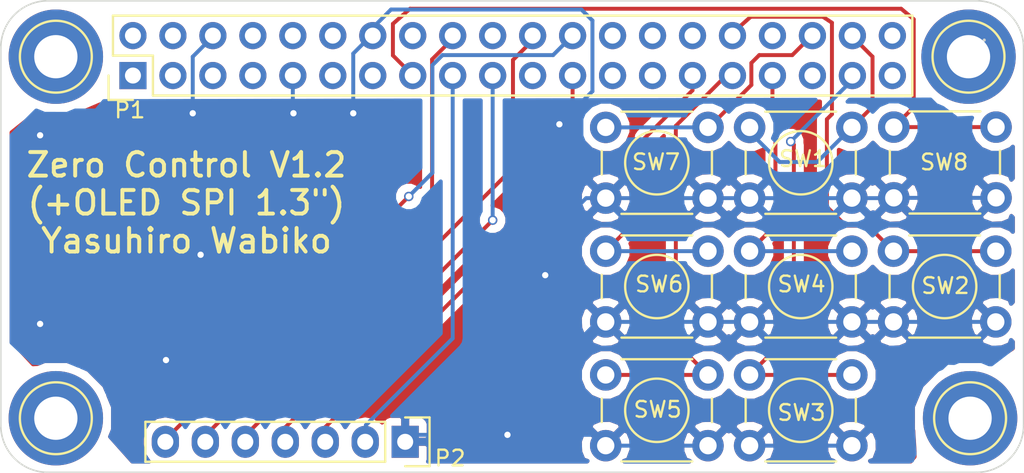
<source format=kicad_pcb>
(kicad_pcb (version 4) (host pcbnew 4.0.4-stable)

  (general
    (links 41)
    (no_connects 0)
    (area 148.451099 74.953599 213.551101 105.053601)
    (thickness 1.6)
    (drawings 14)
    (tracks 195)
    (zones 0)
    (modules 14)
    (nets 39)
  )

  (page A4)
  (layers
    (0 F.Cu signal)
    (31 B.Cu signal)
    (32 B.Adhes user hide)
    (33 F.Adhes user hide)
    (34 B.Paste user hide)
    (35 F.Paste user hide)
    (36 B.SilkS user)
    (37 F.SilkS user)
    (38 B.Mask user)
    (39 F.Mask user)
    (40 Dwgs.User user hide)
    (41 Cmts.User user hide)
    (42 Eco1.User user hide)
    (43 Eco2.User user hide)
    (44 Edge.Cuts user)
    (45 Margin user hide)
    (46 B.CrtYd user hide)
    (47 F.CrtYd user hide)
    (48 B.Fab user hide)
    (49 F.Fab user hide)
  )

  (setup
    (last_trace_width 0.25)
    (trace_clearance 0.2)
    (zone_clearance 0.508)
    (zone_45_only no)
    (trace_min 0.2)
    (segment_width 0.2)
    (edge_width 0.15)
    (via_size 0.6)
    (via_drill 0.4)
    (via_min_size 0.4)
    (via_min_drill 0.3)
    (uvia_size 0.3)
    (uvia_drill 0.1)
    (uvias_allowed no)
    (uvia_min_size 0.2)
    (uvia_min_drill 0.1)
    (pcb_text_width 0.3)
    (pcb_text_size 1.5 1.5)
    (mod_edge_width 0.15)
    (mod_text_size 1 1)
    (mod_text_width 0.15)
    (pad_size 6 6)
    (pad_drill 2.75)
    (pad_to_mask_clearance 0.2)
    (aux_axis_origin 148.5 105.06)
    (grid_origin 50.8 99.06)
    (visible_elements 7FFFFFFF)
    (pcbplotparams
      (layerselection 0x010f0_80000001)
      (usegerberextensions true)
      (excludeedgelayer true)
      (linewidth 0.100000)
      (plotframeref false)
      (viasonmask false)
      (mode 1)
      (useauxorigin false)
      (hpglpennumber 1)
      (hpglpenspeed 20)
      (hpglpendiameter 15)
      (hpglpenoverlay 2)
      (psnegative false)
      (psa4output false)
      (plotreference true)
      (plotvalue true)
      (plotinvisibletext false)
      (padsonsilk false)
      (subtractmaskfromsilk false)
      (outputformat 1)
      (mirror false)
      (drillshape 0)
      (scaleselection 1)
      (outputdirectory ""))
  )

  (net 0 "")
  (net 1 GND)
  (net 2 "Net-(P1-Pad4)")
  (net 3 "Net-(P1-Pad7)")
  (net 4 "Net-(P1-Pad8)")
  (net 5 "Net-(P1-Pad10)")
  (net 6 "Net-(P1-Pad11)")
  (net 7 "Net-(P1-Pad12)")
  (net 8 "Net-(P1-Pad13)")
  (net 9 "Net-(P1-Pad15)")
  (net 10 "Net-(P1-Pad16)")
  (net 11 "Net-(P1-Pad21)")
  (net 12 "Net-(P1-Pad26)")
  (net 13 "Net-(P1-Pad27)")
  (net 14 "Net-(P1-Pad28)")
  (net 15 "Net-(P1-Pad29)")
  (net 16 "Net-(P1-Pad30)")
  (net 17 "Net-(P1-Pad31)")
  (net 18 "Net-(P1-Pad32)")
  (net 19 "Net-(P1-Pad33)")
  (net 20 "Net-(P1-Pad35)")
  (net 21 "Net-(P1-Pad36)")
  (net 22 "Net-(P1-Pad37)")
  (net 23 "Net-(P1-Pad38)")
  (net 24 "Net-(P1-Pad40)")
  (net 25 "Net-(P1-Pad2)")
  (net 26 "Net-(P1-Pad3)")
  (net 27 "Net-(P1-Pad5)")
  (net 28 /VCC)
  (net 29 /DC)
  (net 30 /MOSI)
  (net 31 /RES)
  (net 32 /CLK)
  (net 33 /CS)
  (net 34 "Net-(P1-Pad1)")
  (net 35 "Net-(P1-Pad20)")
  (net 36 "Net-(P1-Pad25)")
  (net 37 "Net-(P1-Pad34)")
  (net 38 "Net-(P1-Pad39)")

  (net_class Default "This is the default net class."
    (clearance 0.2)
    (trace_width 0.25)
    (via_dia 0.6)
    (via_drill 0.4)
    (uvia_dia 0.3)
    (uvia_drill 0.1)
    (add_net /CLK)
    (add_net /CS)
    (add_net /DC)
    (add_net /MOSI)
    (add_net /RES)
    (add_net /VCC)
    (add_net GND)
    (add_net "Net-(P1-Pad1)")
    (add_net "Net-(P1-Pad10)")
    (add_net "Net-(P1-Pad11)")
    (add_net "Net-(P1-Pad12)")
    (add_net "Net-(P1-Pad13)")
    (add_net "Net-(P1-Pad15)")
    (add_net "Net-(P1-Pad16)")
    (add_net "Net-(P1-Pad2)")
    (add_net "Net-(P1-Pad20)")
    (add_net "Net-(P1-Pad21)")
    (add_net "Net-(P1-Pad25)")
    (add_net "Net-(P1-Pad26)")
    (add_net "Net-(P1-Pad27)")
    (add_net "Net-(P1-Pad28)")
    (add_net "Net-(P1-Pad29)")
    (add_net "Net-(P1-Pad3)")
    (add_net "Net-(P1-Pad30)")
    (add_net "Net-(P1-Pad31)")
    (add_net "Net-(P1-Pad32)")
    (add_net "Net-(P1-Pad33)")
    (add_net "Net-(P1-Pad34)")
    (add_net "Net-(P1-Pad35)")
    (add_net "Net-(P1-Pad36)")
    (add_net "Net-(P1-Pad37)")
    (add_net "Net-(P1-Pad38)")
    (add_net "Net-(P1-Pad39)")
    (add_net "Net-(P1-Pad4)")
    (add_net "Net-(P1-Pad40)")
    (add_net "Net-(P1-Pad5)")
    (add_net "Net-(P1-Pad7)")
    (add_net "Net-(P1-Pad8)")
  )

  (module Buttons_Switches_ThroughHole:SW_PUSH_6mm (layer F.Cu) (tedit 5841C41D) (tstamp 584092FB)
    (at 196.088 83.058)
    (descr https://www.omron.com/ecb/products/pdf/en-b3f.pdf)
    (tags "tact sw push 6mm")
    (path /5840B646)
    (fp_text reference SW1 (at 3.4 2) (layer F.SilkS)
      (effects (font (size 1 1) (thickness 0.15)))
    )
    (fp_text value SPST (at 3.75 6.7) (layer F.Fab)
      (effects (font (size 1 1) (thickness 0.15)))
    )
    (fp_line (start 3.25 -0.75) (end 6.25 -0.75) (layer F.Fab) (width 0.15))
    (fp_line (start 6.25 -0.75) (end 6.25 5.25) (layer F.Fab) (width 0.15))
    (fp_line (start 6.25 5.25) (end 0.25 5.25) (layer F.Fab) (width 0.15))
    (fp_line (start 0.25 5.25) (end 0.25 -0.75) (layer F.Fab) (width 0.15))
    (fp_line (start 0.25 -0.75) (end 3.25 -0.75) (layer F.Fab) (width 0.15))
    (fp_line (start 7.75 6) (end 8 6) (layer F.CrtYd) (width 0.05))
    (fp_line (start 8 6) (end 8 5.75) (layer F.CrtYd) (width 0.05))
    (fp_line (start 7.75 -1.5) (end 8 -1.5) (layer F.CrtYd) (width 0.05))
    (fp_line (start 8 -1.5) (end 8 -1.25) (layer F.CrtYd) (width 0.05))
    (fp_line (start -1.5 -1.25) (end -1.5 -1.5) (layer F.CrtYd) (width 0.05))
    (fp_line (start -1.5 -1.5) (end -1.25 -1.5) (layer F.CrtYd) (width 0.05))
    (fp_line (start -1.5 5.75) (end -1.5 6) (layer F.CrtYd) (width 0.05))
    (fp_line (start -1.5 6) (end -1.25 6) (layer F.CrtYd) (width 0.05))
    (fp_circle (center 3.25 2.25) (end 1.25 2.5) (layer F.SilkS) (width 0.15))
    (fp_line (start -1.25 -1.5) (end 7.75 -1.5) (layer F.CrtYd) (width 0.05))
    (fp_line (start -1.5 5.75) (end -1.5 -1.25) (layer F.CrtYd) (width 0.05))
    (fp_line (start 7.75 6) (end -1.25 6) (layer F.CrtYd) (width 0.05))
    (fp_line (start 8 -1.25) (end 8 5.75) (layer F.CrtYd) (width 0.05))
    (fp_line (start 1 5.5) (end 5.5 5.5) (layer F.SilkS) (width 0.15))
    (fp_line (start -0.25 1.5) (end -0.25 3) (layer F.SilkS) (width 0.15))
    (fp_line (start 5.5 -1) (end 1 -1) (layer F.SilkS) (width 0.15))
    (fp_line (start 6.75 3) (end 6.75 1.5) (layer F.SilkS) (width 0.15))
    (pad 2 thru_hole circle (at 0 4.5 90) (size 2 2) (drill 1.1) (layers *.Cu *.Mask)
      (net 1 GND))
    (pad 1 thru_hole circle (at 0 0 90) (size 2 2) (drill 1.1) (layers *.Cu *.Mask)
      (net 23 "Net-(P1-Pad38)"))
    (pad 2 thru_hole circle (at 6.5 4.5 90) (size 2 2) (drill 1.1) (layers *.Cu *.Mask)
      (net 1 GND))
    (pad 1 thru_hole circle (at 6.5 0 90) (size 2 2) (drill 1.1) (layers *.Cu *.Mask)
      (net 23 "Net-(P1-Pad38)"))
  )

  (module Pin_Headers:Pin_Header_Straight_2x20 (layer F.Cu) (tedit 584DDAFE) (tstamp 582E4CF6)
    (at 156.9 79.76 90)
    (descr "Through hole pin header")
    (tags "pin header")
    (path /582E40D1)
    (fp_text reference P1 (at -2.2 -0.2 180) (layer F.SilkS)
      (effects (font (size 1 1) (thickness 0.15)))
    )
    (fp_text value CONN_02X20 (at 0 -3.1 90) (layer F.Fab)
      (effects (font (size 1 1) (thickness 0.15)))
    )
    (fp_line (start -1.75 -1.75) (end -1.75 50.05) (layer F.CrtYd) (width 0.05))
    (fp_line (start 4.3 -1.75) (end 4.3 50.05) (layer F.CrtYd) (width 0.05))
    (fp_line (start -1.75 -1.75) (end 4.3 -1.75) (layer F.CrtYd) (width 0.05))
    (fp_line (start -1.75 50.05) (end 4.3 50.05) (layer F.CrtYd) (width 0.05))
    (fp_line (start 3.81 49.53) (end 3.81 -1.27) (layer F.SilkS) (width 0.15))
    (fp_line (start -1.27 1.27) (end -1.27 49.53) (layer F.SilkS) (width 0.15))
    (fp_line (start 3.81 49.53) (end -1.27 49.53) (layer F.SilkS) (width 0.15))
    (fp_line (start 3.81 -1.27) (end 1.27 -1.27) (layer F.SilkS) (width 0.15))
    (fp_line (start 0 -1.55) (end -1.55 -1.55) (layer F.SilkS) (width 0.15))
    (fp_line (start 1.27 -1.27) (end 1.27 1.27) (layer F.SilkS) (width 0.15))
    (fp_line (start 1.27 1.27) (end -1.27 1.27) (layer F.SilkS) (width 0.15))
    (fp_line (start -1.55 -1.55) (end -1.55 0) (layer F.SilkS) (width 0.15))
    (pad 1 thru_hole rect (at 0 0 90) (size 1.7272 1.7272) (drill 1.016) (layers *.Cu *.Mask)
      (net 34 "Net-(P1-Pad1)"))
    (pad 2 thru_hole oval (at 2.54 0 90) (size 1.7272 1.7272) (drill 1.016) (layers *.Cu *.Mask)
      (net 25 "Net-(P1-Pad2)"))
    (pad 3 thru_hole oval (at 0 2.54 90) (size 1.7272 1.7272) (drill 1.016) (layers *.Cu *.Mask)
      (net 26 "Net-(P1-Pad3)"))
    (pad 4 thru_hole oval (at 2.54 2.54 90) (size 1.7272 1.7272) (drill 1.016) (layers *.Cu *.Mask)
      (net 2 "Net-(P1-Pad4)"))
    (pad 5 thru_hole oval (at 0 5.08 90) (size 1.7272 1.7272) (drill 1.016) (layers *.Cu *.Mask)
      (net 27 "Net-(P1-Pad5)"))
    (pad 6 thru_hole oval (at 2.54 5.08 90) (size 1.7272 1.7272) (drill 1.016) (layers *.Cu *.Mask)
      (net 1 GND))
    (pad 7 thru_hole oval (at 0 7.62 90) (size 1.7272 1.7272) (drill 1.016) (layers *.Cu *.Mask)
      (net 3 "Net-(P1-Pad7)"))
    (pad 8 thru_hole oval (at 2.54 7.62 90) (size 1.7272 1.7272) (drill 1.016) (layers *.Cu *.Mask)
      (net 4 "Net-(P1-Pad8)"))
    (pad 9 thru_hole oval (at 0 10.16 90) (size 1.7272 1.7272) (drill 1.016) (layers *.Cu *.Mask)
      (net 1 GND))
    (pad 10 thru_hole oval (at 2.54 10.16 90) (size 1.7272 1.7272) (drill 1.016) (layers *.Cu *.Mask)
      (net 5 "Net-(P1-Pad10)"))
    (pad 11 thru_hole oval (at 0 12.7 90) (size 1.7272 1.7272) (drill 1.016) (layers *.Cu *.Mask)
      (net 6 "Net-(P1-Pad11)"))
    (pad 12 thru_hole oval (at 2.54 12.7 90) (size 1.7272 1.7272) (drill 1.016) (layers *.Cu *.Mask)
      (net 7 "Net-(P1-Pad12)"))
    (pad 13 thru_hole oval (at 0 15.24 90) (size 1.7272 1.7272) (drill 1.016) (layers *.Cu *.Mask)
      (net 8 "Net-(P1-Pad13)"))
    (pad 14 thru_hole oval (at 2.54 15.24 90) (size 1.7272 1.7272) (drill 1.016) (layers *.Cu *.Mask)
      (net 1 GND))
    (pad 15 thru_hole oval (at 0 17.78 90) (size 1.7272 1.7272) (drill 1.016) (layers *.Cu *.Mask)
      (net 9 "Net-(P1-Pad15)"))
    (pad 16 thru_hole oval (at 2.54 17.78 90) (size 1.7272 1.7272) (drill 1.016) (layers *.Cu *.Mask)
      (net 10 "Net-(P1-Pad16)"))
    (pad 17 thru_hole oval (at 0 20.32 90) (size 1.7272 1.7272) (drill 1.016) (layers *.Cu *.Mask)
      (net 28 /VCC))
    (pad 18 thru_hole oval (at 2.54 20.32 90) (size 1.7272 1.7272) (drill 1.016) (layers *.Cu *.Mask)
      (net 29 /DC))
    (pad 19 thru_hole oval (at 0 22.86 90) (size 1.7272 1.7272) (drill 1.016) (layers *.Cu *.Mask)
      (net 30 /MOSI))
    (pad 20 thru_hole oval (at 2.54 22.86 90) (size 1.7272 1.7272) (drill 1.016) (layers *.Cu *.Mask)
      (net 35 "Net-(P1-Pad20)"))
    (pad 21 thru_hole oval (at 0 25.4 90) (size 1.7272 1.7272) (drill 1.016) (layers *.Cu *.Mask)
      (net 11 "Net-(P1-Pad21)"))
    (pad 22 thru_hole oval (at 2.54 25.4 90) (size 1.7272 1.7272) (drill 1.016) (layers *.Cu *.Mask)
      (net 31 /RES))
    (pad 23 thru_hole oval (at 0 27.94 90) (size 1.7272 1.7272) (drill 1.016) (layers *.Cu *.Mask)
      (net 32 /CLK))
    (pad 24 thru_hole oval (at 2.54 27.94 90) (size 1.7272 1.7272) (drill 1.016) (layers *.Cu *.Mask)
      (net 33 /CS))
    (pad 25 thru_hole oval (at 0 30.48 90) (size 1.7272 1.7272) (drill 1.016) (layers *.Cu *.Mask)
      (net 36 "Net-(P1-Pad25)"))
    (pad 26 thru_hole oval (at 2.54 30.48 90) (size 1.7272 1.7272) (drill 1.016) (layers *.Cu *.Mask)
      (net 12 "Net-(P1-Pad26)"))
    (pad 27 thru_hole oval (at 0 33.02 90) (size 1.7272 1.7272) (drill 1.016) (layers *.Cu *.Mask)
      (net 13 "Net-(P1-Pad27)"))
    (pad 28 thru_hole oval (at 2.54 33.02 90) (size 1.7272 1.7272) (drill 1.016) (layers *.Cu *.Mask)
      (net 14 "Net-(P1-Pad28)"))
    (pad 29 thru_hole oval (at 0 35.56 90) (size 1.7272 1.7272) (drill 1.016) (layers *.Cu *.Mask)
      (net 15 "Net-(P1-Pad29)"))
    (pad 30 thru_hole oval (at 2.54 35.56 90) (size 1.7272 1.7272) (drill 1.016) (layers *.Cu *.Mask)
      (net 16 "Net-(P1-Pad30)"))
    (pad 31 thru_hole oval (at 0 38.1 90) (size 1.7272 1.7272) (drill 1.016) (layers *.Cu *.Mask)
      (net 17 "Net-(P1-Pad31)"))
    (pad 32 thru_hole oval (at 2.54 38.1 90) (size 1.7272 1.7272) (drill 1.016) (layers *.Cu *.Mask)
      (net 18 "Net-(P1-Pad32)"))
    (pad 33 thru_hole oval (at 0 40.64 90) (size 1.7272 1.7272) (drill 1.016) (layers *.Cu *.Mask)
      (net 19 "Net-(P1-Pad33)"))
    (pad 34 thru_hole oval (at 2.54 40.64 90) (size 1.7272 1.7272) (drill 1.016) (layers *.Cu *.Mask)
      (net 37 "Net-(P1-Pad34)"))
    (pad 35 thru_hole oval (at 0 43.18 90) (size 1.7272 1.7272) (drill 1.016) (layers *.Cu *.Mask)
      (net 20 "Net-(P1-Pad35)"))
    (pad 36 thru_hole oval (at 2.54 43.18 90) (size 1.7272 1.7272) (drill 1.016) (layers *.Cu *.Mask)
      (net 21 "Net-(P1-Pad36)"))
    (pad 37 thru_hole oval (at 0 45.72 90) (size 1.7272 1.7272) (drill 1.016) (layers *.Cu *.Mask)
      (net 22 "Net-(P1-Pad37)"))
    (pad 38 thru_hole oval (at 2.54 45.72 90) (size 1.7272 1.7272) (drill 1.016) (layers *.Cu *.Mask)
      (net 23 "Net-(P1-Pad38)"))
    (pad 39 thru_hole oval (at 0 48.26 90) (size 1.7272 1.7272) (drill 1.016) (layers *.Cu *.Mask)
      (net 38 "Net-(P1-Pad39)"))
    (pad 40 thru_hole oval (at 2.54 48.26 90) (size 1.7272 1.7272) (drill 1.016) (layers *.Cu *.Mask)
      (net 24 "Net-(P1-Pad40)"))
    (model Pin_Headers.3dshapes/Pin_Header_Straight_2x20.wrl
      (at (xyz 0.05 -0.95 0))
      (scale (xyz 1 1 1))
      (rotate (xyz 0 0 90))
    )
  )

  (module Connect:1pin (layer F.Cu) (tedit 582FC725) (tstamp 582E59D8)
    (at 152 78.56)
    (descr "module 1 pin (ou trou mecanique de percage)")
    (tags DEV)
    (fp_text reference "" (at 0 -3.048) (layer F.SilkS)
      (effects (font (size 1 1) (thickness 0.15)))
    )
    (fp_text value 1pin (at 0 2.794) (layer F.Fab)
      (effects (font (size 1 1) (thickness 0.15)))
    )
    (fp_circle (center 0 0) (end 0 -2.286) (layer F.SilkS) (width 0.15))
    (pad "" np_thru_hole circle (at 0 0) (size 6 6) (drill 2.75) (layers *.Cu *.Mask))
  )

  (module Connect:1pin (layer F.Cu) (tedit 582FC72B) (tstamp 582E59CD)
    (at 152 101.56)
    (descr "module 1 pin (ou trou mecanique de percage)")
    (tags DEV)
    (fp_text reference "" (at 0 -3.048) (layer F.SilkS)
      (effects (font (size 1 1) (thickness 0.15)))
    )
    (fp_text value 1pin (at 0 2.794) (layer F.Fab)
      (effects (font (size 1 1) (thickness 0.15)))
    )
    (fp_circle (center 0 0) (end 0 -2.286) (layer F.SilkS) (width 0.15))
    (pad "" np_thru_hole circle (at 0 0) (size 6 6) (drill 2.75) (layers *.Cu *.Mask))
  )

  (module Connect:1pin (layer F.Cu) (tedit 582FC71D) (tstamp 582E589D)
    (at 210.1 101.56)
    (descr "module 1 pin (ou trou mecanique de percage)")
    (tags DEV)
    (fp_text reference "" (at 0 -3.048) (layer F.SilkS)
      (effects (font (size 1 1) (thickness 0.15)))
    )
    (fp_text value 1pin (at 0 2.794) (layer F.Fab)
      (effects (font (size 1 1) (thickness 0.15)))
    )
    (fp_circle (center 0 0) (end 0 -2.286) (layer F.SilkS) (width 0.15))
    (pad "" np_thru_hole circle (at 0 0) (size 6 6) (drill 2.75) (layers *.Cu *.Mask))
  )

  (module Connect:1pin (layer F.Cu) (tedit 582FC714) (tstamp 582E53DD)
    (at 210 78.56)
    (descr "module 1 pin (ou trou mecanique de percage)")
    (tags DEV)
    (fp_text reference "" (at 0 -3.048) (layer F.SilkS)
      (effects (font (size 1 1) (thickness 0.15)))
    )
    (fp_text value 1pin (at 0 2.794) (layer F.Fab)
      (effects (font (size 1 1) (thickness 0.15)))
    )
    (fp_circle (center 0 0) (end 0 -2.286) (layer F.SilkS) (width 0.15))
    (pad "" np_thru_hole circle (at 0 0) (size 6 6) (drill 2.75) (layers *.Cu *.Mask))
  )

  (module Buttons_Switches_ThroughHole:SW_PUSH_6mm (layer F.Cu) (tedit 5841C418) (tstamp 58409303)
    (at 205.232 90.932)
    (descr https://www.omron.com/ecb/products/pdf/en-b3f.pdf)
    (tags "tact sw push 6mm")
    (path /5840B676)
    (fp_text reference SW2 (at 3.3 2.2) (layer F.SilkS)
      (effects (font (size 1 1) (thickness 0.15)))
    )
    (fp_text value SPST (at 3.75 6.7) (layer F.Fab)
      (effects (font (size 1 1) (thickness 0.15)))
    )
    (fp_line (start 3.25 -0.75) (end 6.25 -0.75) (layer F.Fab) (width 0.15))
    (fp_line (start 6.25 -0.75) (end 6.25 5.25) (layer F.Fab) (width 0.15))
    (fp_line (start 6.25 5.25) (end 0.25 5.25) (layer F.Fab) (width 0.15))
    (fp_line (start 0.25 5.25) (end 0.25 -0.75) (layer F.Fab) (width 0.15))
    (fp_line (start 0.25 -0.75) (end 3.25 -0.75) (layer F.Fab) (width 0.15))
    (fp_line (start 7.75 6) (end 8 6) (layer F.CrtYd) (width 0.05))
    (fp_line (start 8 6) (end 8 5.75) (layer F.CrtYd) (width 0.05))
    (fp_line (start 7.75 -1.5) (end 8 -1.5) (layer F.CrtYd) (width 0.05))
    (fp_line (start 8 -1.5) (end 8 -1.25) (layer F.CrtYd) (width 0.05))
    (fp_line (start -1.5 -1.25) (end -1.5 -1.5) (layer F.CrtYd) (width 0.05))
    (fp_line (start -1.5 -1.5) (end -1.25 -1.5) (layer F.CrtYd) (width 0.05))
    (fp_line (start -1.5 5.75) (end -1.5 6) (layer F.CrtYd) (width 0.05))
    (fp_line (start -1.5 6) (end -1.25 6) (layer F.CrtYd) (width 0.05))
    (fp_circle (center 3.25 2.25) (end 1.25 2.5) (layer F.SilkS) (width 0.15))
    (fp_line (start -1.25 -1.5) (end 7.75 -1.5) (layer F.CrtYd) (width 0.05))
    (fp_line (start -1.5 5.75) (end -1.5 -1.25) (layer F.CrtYd) (width 0.05))
    (fp_line (start 7.75 6) (end -1.25 6) (layer F.CrtYd) (width 0.05))
    (fp_line (start 8 -1.25) (end 8 5.75) (layer F.CrtYd) (width 0.05))
    (fp_line (start 1 5.5) (end 5.5 5.5) (layer F.SilkS) (width 0.15))
    (fp_line (start -0.25 1.5) (end -0.25 3) (layer F.SilkS) (width 0.15))
    (fp_line (start 5.5 -1) (end 1 -1) (layer F.SilkS) (width 0.15))
    (fp_line (start 6.75 3) (end 6.75 1.5) (layer F.SilkS) (width 0.15))
    (pad 2 thru_hole circle (at 0 4.5 90) (size 2 2) (drill 1.1) (layers *.Cu *.Mask)
      (net 1 GND))
    (pad 1 thru_hole circle (at 0 0 90) (size 2 2) (drill 1.1) (layers *.Cu *.Mask)
      (net 18 "Net-(P1-Pad32)"))
    (pad 2 thru_hole circle (at 6.5 4.5 90) (size 2 2) (drill 1.1) (layers *.Cu *.Mask)
      (net 1 GND))
    (pad 1 thru_hole circle (at 6.5 0 90) (size 2 2) (drill 1.1) (layers *.Cu *.Mask)
      (net 18 "Net-(P1-Pad32)"))
  )

  (module Buttons_Switches_ThroughHole:SW_PUSH_6mm (layer F.Cu) (tedit 5841C428) (tstamp 5840930B)
    (at 196.088 98.806)
    (descr https://www.omron.com/ecb/products/pdf/en-b3f.pdf)
    (tags "tact sw push 6mm")
    (path /5840B6C0)
    (fp_text reference SW3 (at 3.3 2.4) (layer F.SilkS)
      (effects (font (size 1 1) (thickness 0.15)))
    )
    (fp_text value SPST (at 3.75 6.7) (layer F.Fab)
      (effects (font (size 1 1) (thickness 0.15)))
    )
    (fp_line (start 3.25 -0.75) (end 6.25 -0.75) (layer F.Fab) (width 0.15))
    (fp_line (start 6.25 -0.75) (end 6.25 5.25) (layer F.Fab) (width 0.15))
    (fp_line (start 6.25 5.25) (end 0.25 5.25) (layer F.Fab) (width 0.15))
    (fp_line (start 0.25 5.25) (end 0.25 -0.75) (layer F.Fab) (width 0.15))
    (fp_line (start 0.25 -0.75) (end 3.25 -0.75) (layer F.Fab) (width 0.15))
    (fp_line (start 7.75 6) (end 8 6) (layer F.CrtYd) (width 0.05))
    (fp_line (start 8 6) (end 8 5.75) (layer F.CrtYd) (width 0.05))
    (fp_line (start 7.75 -1.5) (end 8 -1.5) (layer F.CrtYd) (width 0.05))
    (fp_line (start 8 -1.5) (end 8 -1.25) (layer F.CrtYd) (width 0.05))
    (fp_line (start -1.5 -1.25) (end -1.5 -1.5) (layer F.CrtYd) (width 0.05))
    (fp_line (start -1.5 -1.5) (end -1.25 -1.5) (layer F.CrtYd) (width 0.05))
    (fp_line (start -1.5 5.75) (end -1.5 6) (layer F.CrtYd) (width 0.05))
    (fp_line (start -1.5 6) (end -1.25 6) (layer F.CrtYd) (width 0.05))
    (fp_circle (center 3.25 2.25) (end 1.25 2.5) (layer F.SilkS) (width 0.15))
    (fp_line (start -1.25 -1.5) (end 7.75 -1.5) (layer F.CrtYd) (width 0.05))
    (fp_line (start -1.5 5.75) (end -1.5 -1.25) (layer F.CrtYd) (width 0.05))
    (fp_line (start 7.75 6) (end -1.25 6) (layer F.CrtYd) (width 0.05))
    (fp_line (start 8 -1.25) (end 8 5.75) (layer F.CrtYd) (width 0.05))
    (fp_line (start 1 5.5) (end 5.5 5.5) (layer F.SilkS) (width 0.15))
    (fp_line (start -0.25 1.5) (end -0.25 3) (layer F.SilkS) (width 0.15))
    (fp_line (start 5.5 -1) (end 1 -1) (layer F.SilkS) (width 0.15))
    (fp_line (start 6.75 3) (end 6.75 1.5) (layer F.SilkS) (width 0.15))
    (pad 2 thru_hole circle (at 0 4.5 90) (size 2 2) (drill 1.1) (layers *.Cu *.Mask)
      (net 1 GND))
    (pad 1 thru_hole circle (at 0 0 90) (size 2 2) (drill 1.1) (layers *.Cu *.Mask)
      (net 22 "Net-(P1-Pad37)"))
    (pad 2 thru_hole circle (at 6.5 4.5 90) (size 2 2) (drill 1.1) (layers *.Cu *.Mask)
      (net 1 GND))
    (pad 1 thru_hole circle (at 6.5 0 90) (size 2 2) (drill 1.1) (layers *.Cu *.Mask)
      (net 22 "Net-(P1-Pad37)"))
  )

  (module Buttons_Switches_ThroughHole:SW_PUSH_6mm (layer F.Cu) (tedit 5841C528) (tstamp 58409313)
    (at 196.088 90.932)
    (descr https://www.omron.com/ecb/products/pdf/en-b3f.pdf)
    (tags "tact sw push 6mm")
    (path /5840B704)
    (fp_text reference SW4 (at 3.3 2.1) (layer F.SilkS)
      (effects (font (size 1 1) (thickness 0.15)))
    )
    (fp_text value SPST (at 3.75 6.7) (layer F.Fab)
      (effects (font (size 1 1) (thickness 0.15)))
    )
    (fp_line (start 3.25 -0.75) (end 6.25 -0.75) (layer F.Fab) (width 0.15))
    (fp_line (start 6.25 -0.75) (end 6.25 5.25) (layer F.Fab) (width 0.15))
    (fp_line (start 6.25 5.25) (end 0.25 5.25) (layer F.Fab) (width 0.15))
    (fp_line (start 0.25 5.25) (end 0.25 -0.75) (layer F.Fab) (width 0.15))
    (fp_line (start 0.25 -0.75) (end 3.25 -0.75) (layer F.Fab) (width 0.15))
    (fp_line (start 7.75 6) (end 8 6) (layer F.CrtYd) (width 0.05))
    (fp_line (start 8 6) (end 8 5.75) (layer F.CrtYd) (width 0.05))
    (fp_line (start 7.75 -1.5) (end 8 -1.5) (layer F.CrtYd) (width 0.05))
    (fp_line (start 8 -1.5) (end 8 -1.25) (layer F.CrtYd) (width 0.05))
    (fp_line (start -1.5 -1.25) (end -1.5 -1.5) (layer F.CrtYd) (width 0.05))
    (fp_line (start -1.5 -1.5) (end -1.25 -1.5) (layer F.CrtYd) (width 0.05))
    (fp_line (start -1.5 5.75) (end -1.5 6) (layer F.CrtYd) (width 0.05))
    (fp_line (start -1.5 6) (end -1.25 6) (layer F.CrtYd) (width 0.05))
    (fp_circle (center 3.25 2.25) (end 1.25 2.5) (layer F.SilkS) (width 0.15))
    (fp_line (start -1.25 -1.5) (end 7.75 -1.5) (layer F.CrtYd) (width 0.05))
    (fp_line (start -1.5 5.75) (end -1.5 -1.25) (layer F.CrtYd) (width 0.05))
    (fp_line (start 7.75 6) (end -1.25 6) (layer F.CrtYd) (width 0.05))
    (fp_line (start 8 -1.25) (end 8 5.75) (layer F.CrtYd) (width 0.05))
    (fp_line (start 1 5.5) (end 5.5 5.5) (layer F.SilkS) (width 0.15))
    (fp_line (start -0.25 1.5) (end -0.25 3) (layer F.SilkS) (width 0.15))
    (fp_line (start 5.5 -1) (end 1 -1) (layer F.SilkS) (width 0.15))
    (fp_line (start 6.75 3) (end 6.75 1.5) (layer F.SilkS) (width 0.15))
    (pad 2 thru_hole circle (at 0 4.5 90) (size 2 2) (drill 1.1) (layers *.Cu *.Mask)
      (net 1 GND))
    (pad 1 thru_hole circle (at 0 0 90) (size 2 2) (drill 1.1) (layers *.Cu *.Mask)
      (net 19 "Net-(P1-Pad33)"))
    (pad 2 thru_hole circle (at 6.5 4.5 90) (size 2 2) (drill 1.1) (layers *.Cu *.Mask)
      (net 1 GND))
    (pad 1 thru_hole circle (at 6.5 0 90) (size 2 2) (drill 1.1) (layers *.Cu *.Mask)
      (net 19 "Net-(P1-Pad33)"))
  )

  (module Buttons_Switches_ThroughHole:SW_PUSH_6mm (layer F.Cu) (tedit 584DD7D3) (tstamp 5840931B)
    (at 186.944 98.806)
    (descr https://www.omron.com/ecb/products/pdf/en-b3f.pdf)
    (tags "tact sw push 6mm")
    (path /5840B73D)
    (fp_text reference SW5 (at 3.3 2.2 180) (layer F.SilkS)
      (effects (font (size 1 1) (thickness 0.15)))
    )
    (fp_text value SPST (at 3.75 6.7) (layer F.Fab)
      (effects (font (size 1 1) (thickness 0.15)))
    )
    (fp_line (start 3.25 -0.75) (end 6.25 -0.75) (layer F.Fab) (width 0.15))
    (fp_line (start 6.25 -0.75) (end 6.25 5.25) (layer F.Fab) (width 0.15))
    (fp_line (start 6.25 5.25) (end 0.25 5.25) (layer F.Fab) (width 0.15))
    (fp_line (start 0.25 5.25) (end 0.25 -0.75) (layer F.Fab) (width 0.15))
    (fp_line (start 0.25 -0.75) (end 3.25 -0.75) (layer F.Fab) (width 0.15))
    (fp_line (start 7.75 6) (end 8 6) (layer F.CrtYd) (width 0.05))
    (fp_line (start 8 6) (end 8 5.75) (layer F.CrtYd) (width 0.05))
    (fp_line (start 7.75 -1.5) (end 8 -1.5) (layer F.CrtYd) (width 0.05))
    (fp_line (start 8 -1.5) (end 8 -1.25) (layer F.CrtYd) (width 0.05))
    (fp_line (start -1.5 -1.25) (end -1.5 -1.5) (layer F.CrtYd) (width 0.05))
    (fp_line (start -1.5 -1.5) (end -1.25 -1.5) (layer F.CrtYd) (width 0.05))
    (fp_line (start -1.5 5.75) (end -1.5 6) (layer F.CrtYd) (width 0.05))
    (fp_line (start -1.5 6) (end -1.25 6) (layer F.CrtYd) (width 0.05))
    (fp_circle (center 3.25 2.25) (end 1.25 2.5) (layer F.SilkS) (width 0.15))
    (fp_line (start -1.25 -1.5) (end 7.75 -1.5) (layer F.CrtYd) (width 0.05))
    (fp_line (start -1.5 5.75) (end -1.5 -1.25) (layer F.CrtYd) (width 0.05))
    (fp_line (start 7.75 6) (end -1.25 6) (layer F.CrtYd) (width 0.05))
    (fp_line (start 8 -1.25) (end 8 5.75) (layer F.CrtYd) (width 0.05))
    (fp_line (start 1 5.5) (end 5.5 5.5) (layer F.SilkS) (width 0.15))
    (fp_line (start -0.25 1.5) (end -0.25 3) (layer F.SilkS) (width 0.15))
    (fp_line (start 5.5 -1) (end 1 -1) (layer F.SilkS) (width 0.15))
    (fp_line (start 6.75 3) (end 6.75 1.5) (layer F.SilkS) (width 0.15))
    (pad 2 thru_hole circle (at 0 4.5 90) (size 2 2) (drill 1.1) (layers *.Cu *.Mask)
      (net 1 GND))
    (pad 1 thru_hole circle (at 0 0 90) (size 2 2) (drill 1.1) (layers *.Cu *.Mask)
      (net 17 "Net-(P1-Pad31)"))
    (pad 2 thru_hole circle (at 6.5 4.5 90) (size 2 2) (drill 1.1) (layers *.Cu *.Mask)
      (net 1 GND))
    (pad 1 thru_hole circle (at 6.5 0 90) (size 2 2) (drill 1.1) (layers *.Cu *.Mask)
      (net 17 "Net-(P1-Pad31)"))
  )

  (module Buttons_Switches_ThroughHole:SW_PUSH_6mm (layer F.Cu) (tedit 5841C413) (tstamp 58409323)
    (at 186.944 90.932)
    (descr https://www.omron.com/ecb/products/pdf/en-b3f.pdf)
    (tags "tact sw push 6mm")
    (path /5840B77F)
    (fp_text reference SW6 (at 3.4 2.1) (layer F.SilkS)
      (effects (font (size 1 1) (thickness 0.15)))
    )
    (fp_text value SPST (at 3.75 6.7) (layer F.Fab)
      (effects (font (size 1 1) (thickness 0.15)))
    )
    (fp_line (start 3.25 -0.75) (end 6.25 -0.75) (layer F.Fab) (width 0.15))
    (fp_line (start 6.25 -0.75) (end 6.25 5.25) (layer F.Fab) (width 0.15))
    (fp_line (start 6.25 5.25) (end 0.25 5.25) (layer F.Fab) (width 0.15))
    (fp_line (start 0.25 5.25) (end 0.25 -0.75) (layer F.Fab) (width 0.15))
    (fp_line (start 0.25 -0.75) (end 3.25 -0.75) (layer F.Fab) (width 0.15))
    (fp_line (start 7.75 6) (end 8 6) (layer F.CrtYd) (width 0.05))
    (fp_line (start 8 6) (end 8 5.75) (layer F.CrtYd) (width 0.05))
    (fp_line (start 7.75 -1.5) (end 8 -1.5) (layer F.CrtYd) (width 0.05))
    (fp_line (start 8 -1.5) (end 8 -1.25) (layer F.CrtYd) (width 0.05))
    (fp_line (start -1.5 -1.25) (end -1.5 -1.5) (layer F.CrtYd) (width 0.05))
    (fp_line (start -1.5 -1.5) (end -1.25 -1.5) (layer F.CrtYd) (width 0.05))
    (fp_line (start -1.5 5.75) (end -1.5 6) (layer F.CrtYd) (width 0.05))
    (fp_line (start -1.5 6) (end -1.25 6) (layer F.CrtYd) (width 0.05))
    (fp_circle (center 3.25 2.25) (end 1.25 2.5) (layer F.SilkS) (width 0.15))
    (fp_line (start -1.25 -1.5) (end 7.75 -1.5) (layer F.CrtYd) (width 0.05))
    (fp_line (start -1.5 5.75) (end -1.5 -1.25) (layer F.CrtYd) (width 0.05))
    (fp_line (start 7.75 6) (end -1.25 6) (layer F.CrtYd) (width 0.05))
    (fp_line (start 8 -1.25) (end 8 5.75) (layer F.CrtYd) (width 0.05))
    (fp_line (start 1 5.5) (end 5.5 5.5) (layer F.SilkS) (width 0.15))
    (fp_line (start -0.25 1.5) (end -0.25 3) (layer F.SilkS) (width 0.15))
    (fp_line (start 5.5 -1) (end 1 -1) (layer F.SilkS) (width 0.15))
    (fp_line (start 6.75 3) (end 6.75 1.5) (layer F.SilkS) (width 0.15))
    (pad 2 thru_hole circle (at 0 4.5 90) (size 2 2) (drill 1.1) (layers *.Cu *.Mask)
      (net 1 GND))
    (pad 1 thru_hole circle (at 0 0 90) (size 2 2) (drill 1.1) (layers *.Cu *.Mask)
      (net 15 "Net-(P1-Pad29)"))
    (pad 2 thru_hole circle (at 6.5 4.5 90) (size 2 2) (drill 1.1) (layers *.Cu *.Mask)
      (net 1 GND))
    (pad 1 thru_hole circle (at 6.5 0 90) (size 2 2) (drill 1.1) (layers *.Cu *.Mask)
      (net 15 "Net-(P1-Pad29)"))
  )

  (module Buttons_Switches_ThroughHole:SW_PUSH_6mm (layer F.Cu) (tedit 5841C431) (tstamp 5840932B)
    (at 186.944 83.058)
    (descr https://www.omron.com/ecb/products/pdf/en-b3f.pdf)
    (tags "tact sw push 6mm")
    (path /5840B167)
    (fp_text reference SW7 (at 3.2 2.2) (layer F.SilkS)
      (effects (font (size 1 1) (thickness 0.15)))
    )
    (fp_text value SPST (at 3.75 6.7) (layer F.Fab)
      (effects (font (size 1 1) (thickness 0.15)))
    )
    (fp_line (start 3.25 -0.75) (end 6.25 -0.75) (layer F.Fab) (width 0.15))
    (fp_line (start 6.25 -0.75) (end 6.25 5.25) (layer F.Fab) (width 0.15))
    (fp_line (start 6.25 5.25) (end 0.25 5.25) (layer F.Fab) (width 0.15))
    (fp_line (start 0.25 5.25) (end 0.25 -0.75) (layer F.Fab) (width 0.15))
    (fp_line (start 0.25 -0.75) (end 3.25 -0.75) (layer F.Fab) (width 0.15))
    (fp_line (start 7.75 6) (end 8 6) (layer F.CrtYd) (width 0.05))
    (fp_line (start 8 6) (end 8 5.75) (layer F.CrtYd) (width 0.05))
    (fp_line (start 7.75 -1.5) (end 8 -1.5) (layer F.CrtYd) (width 0.05))
    (fp_line (start 8 -1.5) (end 8 -1.25) (layer F.CrtYd) (width 0.05))
    (fp_line (start -1.5 -1.25) (end -1.5 -1.5) (layer F.CrtYd) (width 0.05))
    (fp_line (start -1.5 -1.5) (end -1.25 -1.5) (layer F.CrtYd) (width 0.05))
    (fp_line (start -1.5 5.75) (end -1.5 6) (layer F.CrtYd) (width 0.05))
    (fp_line (start -1.5 6) (end -1.25 6) (layer F.CrtYd) (width 0.05))
    (fp_circle (center 3.25 2.25) (end 1.25 2.5) (layer F.SilkS) (width 0.15))
    (fp_line (start -1.25 -1.5) (end 7.75 -1.5) (layer F.CrtYd) (width 0.05))
    (fp_line (start -1.5 5.75) (end -1.5 -1.25) (layer F.CrtYd) (width 0.05))
    (fp_line (start 7.75 6) (end -1.25 6) (layer F.CrtYd) (width 0.05))
    (fp_line (start 8 -1.25) (end 8 5.75) (layer F.CrtYd) (width 0.05))
    (fp_line (start 1 5.5) (end 5.5 5.5) (layer F.SilkS) (width 0.15))
    (fp_line (start -0.25 1.5) (end -0.25 3) (layer F.SilkS) (width 0.15))
    (fp_line (start 5.5 -1) (end 1 -1) (layer F.SilkS) (width 0.15))
    (fp_line (start 6.75 3) (end 6.75 1.5) (layer F.SilkS) (width 0.15))
    (pad 2 thru_hole circle (at 0 4.5 90) (size 2 2) (drill 1.1) (layers *.Cu *.Mask)
      (net 1 GND))
    (pad 1 thru_hole circle (at 0 0 90) (size 2 2) (drill 1.1) (layers *.Cu *.Mask)
      (net 21 "Net-(P1-Pad36)"))
    (pad 2 thru_hole circle (at 6.5 4.5 90) (size 2 2) (drill 1.1) (layers *.Cu *.Mask)
      (net 1 GND))
    (pad 1 thru_hole circle (at 6.5 0 90) (size 2 2) (drill 1.1) (layers *.Cu *.Mask)
      (net 21 "Net-(P1-Pad36)"))
  )

  (module Pin_Headers:Pin_Header_Straight_1x07 (layer F.Cu) (tedit 584E17C9) (tstamp 582F6F72)
    (at 174.2 103.06 270)
    (descr "Through hole pin header")
    (tags "pin header")
    (path /584DCB7B)
    (fp_text reference P2 (at 1.044 -2.856 360) (layer F.SilkS)
      (effects (font (size 1 1) (thickness 0.15)))
    )
    (fp_text value CONN_01X07 (at 0 -3.1 270) (layer F.Fab)
      (effects (font (size 1 1) (thickness 0.15)))
    )
    (fp_line (start -1.75 -1.75) (end -1.75 17) (layer F.CrtYd) (width 0.05))
    (fp_line (start 1.75 -1.75) (end 1.75 17) (layer F.CrtYd) (width 0.05))
    (fp_line (start -1.75 -1.75) (end 1.75 -1.75) (layer F.CrtYd) (width 0.05))
    (fp_line (start -1.75 17) (end 1.75 17) (layer F.CrtYd) (width 0.05))
    (fp_line (start 1.27 1.27) (end 1.27 16.51) (layer F.SilkS) (width 0.15))
    (fp_line (start 1.27 16.51) (end -1.27 16.51) (layer F.SilkS) (width 0.15))
    (fp_line (start -1.27 16.51) (end -1.27 1.27) (layer F.SilkS) (width 0.15))
    (fp_line (start 1.55 -1.55) (end 1.55 0) (layer F.SilkS) (width 0.15))
    (fp_line (start 1.27 1.27) (end -1.27 1.27) (layer F.SilkS) (width 0.15))
    (fp_line (start -1.55 0) (end -1.55 -1.55) (layer F.SilkS) (width 0.15))
    (fp_line (start -1.55 -1.55) (end 1.55 -1.55) (layer F.SilkS) (width 0.15))
    (pad 1 thru_hole rect (at 0 0 270) (size 2.032 1.7272) (drill 1.016) (layers *.Cu *.Mask)
      (net 1 GND))
    (pad 2 thru_hole oval (at 0 2.54 270) (size 2.032 1.7272) (drill 1.016) (layers *.Cu *.Mask)
      (net 28 /VCC))
    (pad 3 thru_hole oval (at 0 5.08 270) (size 2.032 1.7272) (drill 1.016) (layers *.Cu *.Mask)
      (net 32 /CLK))
    (pad 4 thru_hole oval (at 0 7.62 270) (size 2.032 1.7272) (drill 1.016) (layers *.Cu *.Mask)
      (net 30 /MOSI))
    (pad 5 thru_hole oval (at 0 10.16 270) (size 2.032 1.7272) (drill 1.016) (layers *.Cu *.Mask)
      (net 31 /RES))
    (pad 6 thru_hole oval (at 0 12.7 270) (size 2.032 1.7272) (drill 1.016) (layers *.Cu *.Mask)
      (net 29 /DC))
    (pad 7 thru_hole oval (at 0 15.24 270) (size 2.032 1.7272) (drill 1.016) (layers *.Cu *.Mask)
      (net 33 /CS))
    (model Pin_Headers.3dshapes/Pin_Header_Straight_1x07.wrl
      (at (xyz 0 -0.3 0))
      (scale (xyz 1 1 1))
      (rotate (xyz 0 0 90))
    )
  )

  (module Buttons_Switches_ThroughHole:SW_PUSH_6mm (layer F.Cu) (tedit 58936952) (tstamp 58936868)
    (at 205.25 83.04)
    (descr https://www.omron.com/ecb/products/pdf/en-b3f.pdf)
    (tags "tact sw push 6mm")
    (path /58936F4D)
    (fp_text reference SW8 (at 3.2 2.23) (layer F.SilkS)
      (effects (font (size 1 1) (thickness 0.15)))
    )
    (fp_text value SPST (at 3.75 6.7) (layer F.Fab)
      (effects (font (size 1 1) (thickness 0.15)))
    )
    (fp_line (start 3.25 -0.75) (end 6.25 -0.75) (layer F.Fab) (width 0.1))
    (fp_line (start 6.25 -0.75) (end 6.25 5.25) (layer F.Fab) (width 0.1))
    (fp_line (start 6.25 5.25) (end 0.25 5.25) (layer F.Fab) (width 0.1))
    (fp_line (start 0.25 5.25) (end 0.25 -0.75) (layer F.Fab) (width 0.1))
    (fp_line (start 0.25 -0.75) (end 3.25 -0.75) (layer F.Fab) (width 0.1))
    (fp_line (start 7.75 6) (end 8 6) (layer F.CrtYd) (width 0.05))
    (fp_line (start 8 6) (end 8 5.75) (layer F.CrtYd) (width 0.05))
    (fp_line (start 7.75 -1.5) (end 8 -1.5) (layer F.CrtYd) (width 0.05))
    (fp_line (start 8 -1.5) (end 8 -1.25) (layer F.CrtYd) (width 0.05))
    (fp_line (start -1.5 -1.25) (end -1.5 -1.5) (layer F.CrtYd) (width 0.05))
    (fp_line (start -1.5 -1.5) (end -1.25 -1.5) (layer F.CrtYd) (width 0.05))
    (fp_line (start -1.5 5.75) (end -1.5 6) (layer F.CrtYd) (width 0.05))
    (fp_line (start -1.5 6) (end -1.25 6) (layer F.CrtYd) (width 0.05))
    (fp_line (start -1.25 -1.5) (end 7.75 -1.5) (layer F.CrtYd) (width 0.05))
    (fp_line (start -1.5 5.75) (end -1.5 -1.25) (layer F.CrtYd) (width 0.05))
    (fp_line (start 7.75 6) (end -1.25 6) (layer F.CrtYd) (width 0.05))
    (fp_line (start 8 -1.25) (end 8 5.75) (layer F.CrtYd) (width 0.05))
    (fp_line (start 1 5.5) (end 5.5 5.5) (layer F.SilkS) (width 0.15))
    (fp_line (start -0.25 1.5) (end -0.25 3) (layer F.SilkS) (width 0.15))
    (fp_line (start 5.5 -1) (end 1 -1) (layer F.SilkS) (width 0.15))
    (fp_line (start 6.75 3) (end 6.75 1.5) (layer F.SilkS) (width 0.15))
    (fp_circle (center 3.25 2.25) (end 1.25 2.5) (layer F.Fab) (width 0.1))
    (pad 2 thru_hole circle (at 0 4.5 90) (size 2 2) (drill 1.1) (layers *.Cu *.Mask)
      (net 1 GND))
    (pad 1 thru_hole circle (at 0 0 90) (size 2 2) (drill 1.1) (layers *.Cu *.Mask)
      (net 9 "Net-(P1-Pad15)"))
    (pad 2 thru_hole circle (at 6.5 4.5 90) (size 2 2) (drill 1.1) (layers *.Cu *.Mask)
      (net 1 GND))
    (pad 1 thru_hole circle (at 6.5 0 90) (size 2 2) (drill 1.1) (layers *.Cu *.Mask)
      (net 9 "Net-(P1-Pad15)"))
    (model Buttons_Switches_ThroughHole.3dshapes/SW_PUSH_6mm.wrl
      (at (xyz 0.005 0 0))
      (scale (xyz 0.3937 0.3937 0.3937))
      (rotate (xyz 0 0 0))
    )
  )

  (gr_text "Zero Control V1.2\n(+OLED SPI 1.3\")\nYasuhiro Wabiko\n" (at 160.3 87.86) (layer F.SilkS)
    (effects (font (size 1.5 1.5) (thickness 0.25)))
  )
  (gr_line (start 152 78.46) (end 152 77.46) (angle 90) (layer B.SilkS) (width 0.2))
  (gr_line (start 148.5011 102.0036) (end 148.5011 78.0036) (layer Edge.Cuts) (width 0.1))
  (gr_line (start 210.5011 105.0036) (end 151.5011 105.0036) (layer Edge.Cuts) (width 0.1))
  (gr_line (start 213.5011 78.0036) (end 213.5011 102.0036) (layer Edge.Cuts) (width 0.1))
  (gr_line (start 151.5011 75.0036) (end 210.5011 75.0036) (layer Edge.Cuts) (width 0.1))
  (gr_arc (start 151.5011 78.0036) (end 151.5011 75.0036) (angle -90) (layer Edge.Cuts) (width 0.1))
  (gr_circle (center 152.0011 77.5036) (end 152.0011 77.5036) (layer Edge.Cuts) (width 0.1))
  (gr_arc (start 210.5011 78.0036) (end 213.5011 78.0036) (angle -90) (layer Edge.Cuts) (width 0.1))
  (gr_circle (center 211.0011 77.5036) (end 211.0011 77.5036) (layer Edge.Cuts) (width 0.1))
  (gr_arc (start 210.5011 102.0036) (end 210.5011 105.0036) (angle -90) (layer Edge.Cuts) (width 0.1))
  (gr_circle (center 211.0011 101.5036) (end 211.0011 101.5036) (layer Edge.Cuts) (width 0.1))
  (gr_arc (start 151.5011 102.0036) (end 148.5011 102.0036) (angle -90) (layer Edge.Cuts) (width 0.1))
  (gr_circle (center 152.0011 101.5036) (end 152.0011 101.5036) (layer Edge.Cuts) (width 0.1))

  (segment (start 185.4 81.46) (end 185.4 85.86) (width 0.25) (layer B.Cu) (net 1))
  (segment (start 185.4 85.86) (end 186.944 87.404) (width 0.25) (layer B.Cu) (net 1) (tstamp 5893A2C8))
  (segment (start 186.944 87.404) (end 186.944 87.558) (width 0.25) (layer B.Cu) (net 1) (tstamp 5893A2C9))
  (segment (start 156.7 95.56) (end 156.8 95.56) (width 0.25) (layer B.Cu) (net 1))
  (via (at 161.2 91.16) (size 0.6) (drill 0.4) (layers F.Cu B.Cu) (net 1))
  (segment (start 156.8 95.56) (end 161.2 91.16) (width 0.25) (layer B.Cu) (net 1) (tstamp 5893A23D))
  (segment (start 184.536 93.024) (end 183.664 93.024) (width 0.25) (layer B.Cu) (net 1))
  (via (at 183.1 92.46) (size 0.6) (drill 0.4) (layers F.Cu B.Cu) (net 1))
  (segment (start 183.664 93.024) (end 183.1 92.46) (width 0.25) (layer B.Cu) (net 1) (tstamp 5893A230))
  (via (at 180.7 102.616) (size 0.6) (drill 0.4) (layers F.Cu B.Cu) (net 1))
  (segment (start 180.7 102.616) (end 180.7 102.66) (width 0.25) (layer F.Cu) (net 1) (tstamp 5893A20E))
  (segment (start 151 95.56) (end 156.7 95.56) (width 0.25) (layer B.Cu) (net 1))
  (segment (start 156.7 95.56) (end 156.7 95.56) (width 0.25) (layer B.Cu) (net 1) (tstamp 5893A23B))
  (via (at 151 95.56) (size 0.6) (drill 0.4) (layers F.Cu B.Cu) (net 1))
  (segment (start 160.7 82.16) (end 160.2 82.16) (width 0.25) (layer B.Cu) (net 1))
  (via (at 160.7 82.16) (size 0.6) (drill 0.4) (layers F.Cu B.Cu) (net 1))
  (segment (start 160.7 78.56) (end 160.7 82.16) (width 0.25) (layer B.Cu) (net 1) (tstamp 58939F59))
  (segment (start 161.98 77.28) (end 160.7 78.56) (width 0.25) (layer B.Cu) (net 1) (tstamp 58939F58))
  (via (at 151 83.56) (size 0.6) (drill 0.4) (layers F.Cu B.Cu) (net 1))
  (segment (start 158.8 83.56) (end 151 83.56) (width 0.25) (layer B.Cu) (net 1) (tstamp 5893A1BC))
  (segment (start 160.2 82.16) (end 158.8 83.56) (width 0.25) (layer B.Cu) (net 1) (tstamp 5893A1BB))
  (segment (start 151 95.56) (end 151 83.56) (width 0.25) (layer B.Cu) (net 1))
  (via (at 159 97.86) (size 0.6) (drill 0.4) (layers F.Cu B.Cu) (net 1))
  (segment (start 156.7 95.56) (end 159 97.86) (width 0.25) (layer B.Cu) (net 1) (tstamp 5893A1F5))
  (segment (start 172.14 77.22) (end 172.04 77.22) (width 0.25) (layer B.Cu) (net 1))
  (segment (start 172.04 77.22) (end 170.9 78.36) (width 0.25) (layer B.Cu) (net 1) (tstamp 5893A1A3))
  (via (at 170.9 82.16) (size 0.6) (drill 0.4) (layers F.Cu B.Cu) (net 1))
  (segment (start 170.9 78.36) (end 170.9 82.16) (width 0.25) (layer B.Cu) (net 1) (tstamp 5893A1A4))
  (segment (start 172.14 77.22) (end 172.14 76.72) (width 0.25) (layer B.Cu) (net 1))
  (segment (start 172.14 76.72) (end 173.3 75.56) (width 0.25) (layer B.Cu) (net 1) (tstamp 58939F8E))
  (segment (start 173.3 75.56) (end 185.4 75.56) (width 0.25) (layer B.Cu) (net 1) (tstamp 58939F90))
  (segment (start 185.4 75.56) (end 186.1 76.26) (width 0.25) (layer B.Cu) (net 1) (tstamp 58939F93))
  (segment (start 186.1 76.26) (end 186.1 80.76) (width 0.25) (layer B.Cu) (net 1) (tstamp 58939F94))
  (segment (start 186.1 80.76) (end 185.4 81.46) (width 0.25) (layer B.Cu) (net 1) (tstamp 58939F95))
  (segment (start 185.4 81.46) (end 184 82.86) (width 0.25) (layer B.Cu) (net 1) (tstamp 5893A2C6))
  (via (at 184 82.86) (size 0.6) (drill 0.4) (layers F.Cu B.Cu) (net 1))
  (segment (start 167.06 79.76) (end 167.06 82.12) (width 0.25) (layer B.Cu) (net 1))
  (via (at 167.1 82.16) (size 0.6) (drill 0.4) (layers F.Cu B.Cu) (net 1))
  (segment (start 167.06 82.12) (end 167.1 82.16) (width 0.25) (layer B.Cu) (net 1) (tstamp 58939F6F))
  (segment (start 161.98 77.22) (end 161.98 77.28) (width 0.25) (layer B.Cu) (net 1))
  (segment (start 202.588 87.558) (end 205.232 87.558) (width 0.25) (layer B.Cu) (net 1) (status 30))
  (segment (start 205.232 87.558) (end 205.25 87.54) (width 0.25) (layer B.Cu) (net 1) (tstamp 589368EE) (status 30))
  (segment (start 205.25 87.54) (end 211.75 87.54) (width 0.25) (layer B.Cu) (net 1) (tstamp 589368EF) (status 30))
  (segment (start 202.822 87.558) (end 202.588 87.558) (width 0.25) (layer B.Cu) (net 1) (tstamp 584DDA90) (status 30))
  (segment (start 193.444 87.558) (end 196.088 87.558) (width 0.25) (layer B.Cu) (net 1) (status 30))
  (segment (start 196.088 103.306) (end 202.588 103.306) (width 0.25) (layer B.Cu) (net 1) (status 30))
  (segment (start 186.944 103.306) (end 193.444 103.306) (width 0.25) (layer B.Cu) (net 1) (status 30))
  (segment (start 174.244 102.616) (end 180.7 102.616) (width 0.25) (layer B.Cu) (net 1) (status 30))
  (segment (start 180.7 102.616) (end 186.254 102.616) (width 0.25) (layer B.Cu) (net 1) (tstamp 5893A20B) (status 30))
  (segment (start 186.254 102.616) (end 186.944 103.306) (width 0.25) (layer B.Cu) (net 1) (tstamp 584DDA7F) (status 30))
  (segment (start 186.944 95.432) (end 186.428 95.432) (width 0.25) (layer B.Cu) (net 1) (status 30))
  (segment (start 186.428 95.432) (end 184.6 97.26) (width 0.25) (layer B.Cu) (net 1) (tstamp 584DDA78) (status 10))
  (segment (start 184.6 100.962) (end 186.944 103.306) (width 0.25) (layer B.Cu) (net 1) (tstamp 584DDA7B) (status 20))
  (segment (start 184.6 97.26) (end 184.6 100.962) (width 0.25) (layer B.Cu) (net 1) (tstamp 584DDA79))
  (segment (start 186.944 87.558) (end 185.702 87.558) (width 0.25) (layer B.Cu) (net 1) (status 10))
  (segment (start 184.5 92.988) (end 184.536 93.024) (width 0.25) (layer B.Cu) (net 1) (tstamp 584DDA74) (status 20))
  (segment (start 184.536 93.024) (end 186.944 95.432) (width 0.25) (layer B.Cu) (net 1) (tstamp 5893A22E) (status 20))
  (segment (start 184.5 88.76) (end 184.5 92.988) (width 0.25) (layer B.Cu) (net 1) (tstamp 584DDA72))
  (segment (start 185.702 87.558) (end 184.5 88.76) (width 0.25) (layer B.Cu) (net 1) (tstamp 584DDA71))
  (segment (start 205.232 95.432) (end 211.732 95.432) (width 0.25) (layer B.Cu) (net 1) (status 30))
  (segment (start 202.588 95.432) (end 205.232 95.432) (width 0.25) (layer B.Cu) (net 1) (status 30))
  (segment (start 196.088 95.432) (end 202.588 95.432) (width 0.25) (layer B.Cu) (net 1) (status 30))
  (segment (start 193.444 95.432) (end 196.088 95.432) (width 0.25) (layer B.Cu) (net 1) (status 30))
  (segment (start 186.944 95.432) (end 193.444 95.432) (width 0.25) (layer B.Cu) (net 1) (status 30))
  (segment (start 186.944 87.558) (end 193.444 87.558) (width 0.25) (layer B.Cu) (net 1) (status 30))
  (segment (start 196.088 87.558) (end 202.588 87.558) (width 0.25) (layer B.Cu) (net 1) (status 30))
  (segment (start 161.98 76.82) (end 162.36 76.82) (width 0.25) (layer F.Cu) (net 1) (status 30))
  (segment (start 161.98 76.94) (end 161.98 76.82) (width 0.25) (layer B.Cu) (net 1) (tstamp 582E586E) (status 30))
  (segment (start 161.98 76.82) (end 161.64 76.82) (width 0.25) (layer F.Cu) (net 1) (status 30))
  (segment (start 167.06 79.76) (end 167.06 80.5) (width 0.25) (layer F.Cu) (net 1) (status 30))
  (segment (start 169.6 77.22) (end 169.24 77.22) (width 0.25) (layer F.Cu) (net 7) (status 30))
  (segment (start 169.6 76.82) (end 169.86 76.82) (width 0.25) (layer F.Cu) (net 7) (status 30))
  (segment (start 169.6 76.82) (end 169.76 76.82) (width 0.25) (layer F.Cu) (net 7) (status 30))
  (segment (start 169.6 76.82) (end 170.16 76.82) (width 0.25) (layer F.Cu) (net 7) (status 30))
  (segment (start 172.14 79.76) (end 172.14 80.3) (width 0.25) (layer F.Cu) (net 8) (status 30))
  (segment (start 174.68 79.76) (end 174.68 79.74) (width 0.25) (layer F.Cu) (net 9) (status 30))
  (segment (start 174.68 79.74) (end 173.42 78.48) (width 0.25) (layer F.Cu) (net 9) (tstamp 58936907) (status 10))
  (segment (start 206.52 81.77) (end 205.25 83.04) (width 0.25) (layer F.Cu) (net 9) (tstamp 5893691A) (status 20))
  (segment (start 206.52 76.18) (end 206.52 81.77) (width 0.25) (layer F.Cu) (net 9) (tstamp 58936916))
  (segment (start 205.72 75.51) (end 206.52 76.18) (width 0.25) (layer F.Cu) (net 9) (tstamp 58936913))
  (segment (start 174.51 75.51) (end 205.72 75.51) (width 0.25) (layer F.Cu) (net 9) (tstamp 5893690C))
  (segment (start 173.42 76.47) (end 174.51 75.51) (width 0.25) (layer F.Cu) (net 9) (tstamp 5893690B))
  (segment (start 173.42 78.48) (end 173.42 76.47) (width 0.25) (layer F.Cu) (net 9) (tstamp 58936909))
  (segment (start 211.75 83.04) (end 205.25 83.04) (width 0.25) (layer F.Cu) (net 9) (status 30))
  (segment (start 174.68 79.76) (end 174.68 80.04) (width 0.25) (layer F.Cu) (net 9) (status 30))
  (segment (start 174.68 77.22) (end 175.06 77.22) (width 0.25) (layer F.Cu) (net 10) (status 30))
  (segment (start 186.944 90.932) (end 193.444 90.932) (width 0.25) (layer B.Cu) (net 15) (status 30))
  (segment (start 192.46 79.76) (end 192.46 80.7) (width 0.25) (layer F.Cu) (net 15) (status 10))
  (segment (start 189.4 88.476) (end 186.944 90.932) (width 0.25) (layer F.Cu) (net 15) (tstamp 584DDA4B) (status 20))
  (segment (start 189.4 83.76) (end 189.4 88.476) (width 0.25) (layer F.Cu) (net 15) (tstamp 584DDA49))
  (segment (start 192.46 80.7) (end 189.4 83.76) (width 0.25) (layer F.Cu) (net 15) (tstamp 584DDA48))
  (segment (start 192.46 79.76) (end 192.4 79.76) (width 0.25) (layer F.Cu) (net 15) (status 30))
  (segment (start 186.944 98.806) (end 193.444 98.806) (width 0.25) (layer F.Cu) (net 17) (status 30))
  (segment (start 195 79.76) (end 194.6 79.76) (width 0.25) (layer F.Cu) (net 17) (status 30))
  (segment (start 194.6 79.76) (end 191.4 82.96) (width 0.25) (layer F.Cu) (net 17) (tstamp 584DDA41) (status 10))
  (segment (start 191.4 82.96) (end 191.4 96.762) (width 0.25) (layer F.Cu) (net 17) (tstamp 584DDA42))
  (segment (start 191.4 96.762) (end 193.444 98.806) (width 0.25) (layer F.Cu) (net 17) (tstamp 584DDA44) (status 20))
  (segment (start 195 77.05) (end 196.16 76.02) (width 0.25) (layer F.Cu) (net 18) (tstamp 589368BC) (status 10))
  (segment (start 203.61 89.31) (end 205.232 90.932) (width 0.25) (layer F.Cu) (net 18) (tstamp 589368D8) (status 20))
  (segment (start 202.2 89.31) (end 203.61 89.31) (width 0.25) (layer F.Cu) (net 18) (tstamp 589368D6))
  (segment (start 201 88.11) (end 202.2 89.31) (width 0.25) (layer F.Cu) (net 18) (tstamp 589368D2))
  (segment (start 201 82.54) (end 201 88.11) (width 0.25) (layer F.Cu) (net 18) (tstamp 589368CD))
  (segment (start 201.32 82.22) (end 201 82.54) (width 0.25) (layer F.Cu) (net 18) (tstamp 589368C8))
  (segment (start 201.32 76.4) (end 201.32 82.22) (width 0.25) (layer F.Cu) (net 18) (tstamp 589368C2))
  (segment (start 200.75 76.02) (end 201.32 76.4) (width 0.25) (layer F.Cu) (net 18) (tstamp 589368C0))
  (segment (start 196.16 76.02) (end 200.75 76.02) (width 0.25) (layer F.Cu) (net 18) (tstamp 589368BD))
  (segment (start 195 77.22) (end 195 77.05) (width 0.25) (layer F.Cu) (net 18) (status 30))
  (segment (start 205.232 90.228) (end 205.232 90.932) (width 0.25) (layer B.Cu) (net 18) (tstamp 584DDDA9) (status 30))
  (segment (start 205.232 90.932) (end 211.732 90.932) (width 0.25) (layer F.Cu) (net 18) (status 30))
  (segment (start 197.54 79.76) (end 197.54 81.53) (width 0.25) (layer F.Cu) (net 19) (status 10))
  (segment (start 197.73 89.29) (end 196.088 90.932) (width 0.25) (layer F.Cu) (net 19) (tstamp 589368B5) (status 20))
  (segment (start 197.73 81.72) (end 197.73 89.29) (width 0.25) (layer F.Cu) (net 19) (tstamp 589368B3))
  (segment (start 197.54 81.53) (end 197.73 81.72) (width 0.25) (layer F.Cu) (net 19) (tstamp 589368AE))
  (segment (start 197.54 79.76) (end 197.54 80.22) (width 0.25) (layer F.Cu) (net 19) (status 30))
  (segment (start 196.088 90.932) (end 202.588 90.932) (width 0.25) (layer B.Cu) (net 19) (status 30))
  (segment (start 201.972 90.932) (end 202.588 90.932) (width 0.25) (layer F.Cu) (net 19) (tstamp 584DDA1B) (status 30))
  (segment (start 200.08 79.76) (end 200.08 80.08) (width 0.25) (layer F.Cu) (net 20) (status 30))
  (segment (start 186.944 83.058) (end 193.444 83.058) (width 0.25) (layer B.Cu) (net 21) (status 30))
  (segment (start 200.08 77.22) (end 200.04 77.22) (width 0.25) (layer F.Cu) (net 21) (status 30))
  (segment (start 200.04 77.22) (end 198.8 78.46) (width 0.25) (layer F.Cu) (net 21) (tstamp 584DDA2F) (status 10))
  (segment (start 198.8 78.46) (end 196.7 78.46) (width 0.25) (layer F.Cu) (net 21) (tstamp 584DDA30))
  (segment (start 196.7 78.46) (end 196.2 78.96) (width 0.25) (layer F.Cu) (net 21) (tstamp 584DDA32))
  (segment (start 196.2 78.96) (end 196.2 80.36) (width 0.25) (layer F.Cu) (net 21) (tstamp 584DDA33))
  (segment (start 196.2 80.36) (end 193.502 83.058) (width 0.25) (layer F.Cu) (net 21) (tstamp 584DDA34) (status 20))
  (segment (start 193.502 83.058) (end 193.444 83.058) (width 0.25) (layer F.Cu) (net 21) (tstamp 584DDA36) (status 30))
  (segment (start 202.62 79.76) (end 203.2 79.76) (width 0.25) (layer F.Cu) (net 22) (status 30))
  (segment (start 202.62 79.76) (end 202.8 79.76) (width 0.25) (layer F.Cu) (net 22) (status 30))
  (segment (start 196.088 98.806) (end 202.588 98.806) (width 0.25) (layer F.Cu) (net 22) (status 30))
  (segment (start 202.62 79.76) (end 202.62 80.04) (width 0.25) (layer B.Cu) (net 22) (status 30))
  (segment (start 202.62 80.04) (end 198.7 83.96) (width 0.25) (layer B.Cu) (net 22) (tstamp 584DDA26) (status 10))
  (segment (start 198.9 95.994) (end 196.088 98.806) (width 0.25) (layer F.Cu) (net 22) (tstamp 584DDA2B) (status 20))
  (segment (start 198.9 84.16) (end 198.9 95.994) (width 0.25) (layer F.Cu) (net 22) (tstamp 584DDA2A))
  (segment (start 198.7 83.96) (end 198.9 84.16) (width 0.25) (layer F.Cu) (net 22) (tstamp 584DDA29))
  (via (at 198.7 83.96) (size 0.6) (drill 0.4) (layers F.Cu B.Cu) (net 22))
  (segment (start 196.088 83.058) (end 196.088 83.348) (width 0.25) (layer B.Cu) (net 23) (status 30))
  (segment (start 196.088 83.348) (end 198 85.26) (width 0.25) (layer B.Cu) (net 23) (tstamp 584DDA5C) (status 10))
  (segment (start 198 85.26) (end 200.386 85.26) (width 0.25) (layer B.Cu) (net 23) (tstamp 584DDA5D))
  (segment (start 200.386 85.26) (end 202.588 83.058) (width 0.25) (layer B.Cu) (net 23) (tstamp 584DDA5F) (status 20))
  (segment (start 202.62 77.22) (end 202.62 77.28) (width 0.25) (layer F.Cu) (net 23) (status 30))
  (segment (start 202.62 77.28) (end 203.9 78.56) (width 0.25) (layer F.Cu) (net 23) (tstamp 584DDA13) (status 10))
  (segment (start 203.9 78.56) (end 203.9 81.746) (width 0.25) (layer F.Cu) (net 23) (tstamp 584DDA14))
  (segment (start 203.9 81.746) (end 202.588 83.058) (width 0.25) (layer F.Cu) (net 23) (tstamp 584DDA16) (status 20))
  (segment (start 205.16 77.22) (end 205.36 77.22) (width 0.25) (layer F.Cu) (net 24) (status 30))
  (segment (start 156.9 77.22) (end 156.44 77.22) (width 0.25) (layer B.Cu) (net 25) (status 30))
  (segment (start 156.9 77.22) (end 156.54 77.22) (width 0.25) (layer B.Cu) (net 25) (status 30))
  (segment (start 156.9 77.22) (end 156.24 77.22) (width 0.25) (layer B.Cu) (net 25) (status 30))
  (segment (start 156.9 77.22) (end 156.84 77.22) (width 0.25) (layer B.Cu) (net 25) (status 30))
  (segment (start 156.9 77.22) (end 156.96 77.22) (width 0.25) (layer B.Cu) (net 25) (status 30))
  (segment (start 156.9 76.82) (end 156.74 76.82) (width 0.25) (layer B.Cu) (net 25) (status 30))
  (segment (start 156.9 76.82) (end 157.16 76.82) (width 0.25) (layer B.Cu) (net 25) (status 30))
  (segment (start 159.44 80.42) (end 159.44 79.76) (width 0.25) (layer F.Cu) (net 26) (tstamp 58409E08) (status 30))
  (segment (start 159.44 79.76) (end 159.44 80.12) (width 0.25) (layer F.Cu) (net 26) (status 30))
  (segment (start 159.44 79.36) (end 159.44 79.5) (width 0.25) (layer B.Cu) (net 26) (status 30))
  (segment (start 161.98 79.36) (end 162 79.36) (width 0.25) (layer B.Cu) (net 27) (status 30))
  (segment (start 177.22 79.76) (end 177.22 96.48) (width 0.25) (layer B.Cu) (net 28) (status 10))
  (segment (start 177.22 96.48) (end 171.704 101.996) (width 0.25) (layer B.Cu) (net 28) (tstamp 58936A3C) (status 20))
  (segment (start 171.704 101.996) (end 171.704 102.616) (width 0.25) (layer B.Cu) (net 28) (tstamp 58936A41) (status 30))
  (segment (start 171.7 102.612) (end 171.704 102.616) (width 0.25) (layer B.Cu) (net 28) (tstamp 584DDD6B) (status 30))
  (segment (start 177.22 77.22) (end 177.22 77.42) (width 0.25) (layer F.Cu) (net 29) (status 30))
  (segment (start 177.22 77.42) (end 175.91 78.73) (width 0.25) (layer F.Cu) (net 29) (tstamp 58936A80) (status 10))
  (segment (start 175.91 88.25) (end 161.544 102.616) (width 0.25) (layer F.Cu) (net 29) (tstamp 58936A86) (status 20))
  (segment (start 175.91 78.73) (end 175.91 88.25) (width 0.25) (layer F.Cu) (net 29) (tstamp 58936A81))
  (segment (start 177.22 77.22) (end 177.22 77.34) (width 0.25) (layer F.Cu) (net 29) (status 30))
  (segment (start 177.22 77.22) (end 177.26 77.22) (width 0.25) (layer F.Cu) (net 29) (status 30))
  (segment (start 166.624 102.616) (end 166.624 102.096) (width 0.25) (layer F.Cu) (net 30) (status 30))
  (segment (start 166.624 102.096) (end 179.76 88.96) (width 0.25) (layer F.Cu) (net 30) (tstamp 58936AAD) (status 10))
  (via (at 179.76 88.96) (size 0.6) (drill 0.4) (layers F.Cu B.Cu) (net 30))
  (segment (start 179.76 88.96) (end 179.76 79.76) (width 0.25) (layer B.Cu) (net 30) (tstamp 58936AB8) (status 20))
  (segment (start 182.3 77.22) (end 182.3 77.52) (width 0.25) (layer F.Cu) (net 31) (status 30))
  (segment (start 182.3 77.52) (end 181.05 78.77) (width 0.25) (layer F.Cu) (net 31) (tstamp 58936A6A) (status 10))
  (segment (start 181.05 85.65) (end 164.084 102.616) (width 0.25) (layer F.Cu) (net 31) (tstamp 58936A70) (status 20))
  (segment (start 181.05 78.77) (end 181.05 85.65) (width 0.25) (layer F.Cu) (net 31) (tstamp 58936A6D))
  (segment (start 182.3 77.288) (end 182.3 77.22) (width 0.25) (layer F.Cu) (net 31) (tstamp 584DD9DA) (status 30))
  (segment (start 169.164 102.616) (end 169.164 102.086) (width 0.25) (layer F.Cu) (net 32) (status 30))
  (segment (start 169.164 102.086) (end 184.84 86.41) (width 0.25) (layer F.Cu) (net 32) (tstamp 58936A55) (status 10))
  (segment (start 184.84 86.41) (end 184.84 79.76) (width 0.25) (layer F.Cu) (net 32) (tstamp 58936A5E) (status 20))
  (segment (start 169.5 102.28) (end 169.164 102.616) (width 0.25) (layer B.Cu) (net 32) (tstamp 584DDD07) (status 30))
  (segment (start 159.004 102.616) (end 159.264 102.616) (width 0.25) (layer F.Cu) (net 33) (status 30))
  (segment (start 159.264 102.616) (end 174.43 87.45) (width 0.25) (layer F.Cu) (net 33) (tstamp 58936A8E) (status 10))
  (via (at 174.43 87.45) (size 0.6) (drill 0.4) (layers F.Cu B.Cu) (net 33))
  (segment (start 174.43 87.45) (end 175.93 85.95) (width 0.25) (layer B.Cu) (net 33) (tstamp 58936A94))
  (segment (start 175.93 85.95) (end 175.93 79.1) (width 0.25) (layer B.Cu) (net 33) (tstamp 58936A95))
  (segment (start 175.93 79.1) (end 176.57 78.46) (width 0.25) (layer B.Cu) (net 33) (tstamp 58936AA3))
  (segment (start 176.57 78.46) (end 183.6 78.46) (width 0.25) (layer B.Cu) (net 33) (tstamp 58936AA4))
  (segment (start 183.6 78.46) (end 184.84 77.22) (width 0.25) (layer B.Cu) (net 33) (tstamp 58936AA5) (status 20))
  (segment (start 184.84 77.22) (end 184.64 77.22) (width 0.25) (layer B.Cu) (net 33) (status 30))
  (segment (start 179.76 77.22) (end 179.69 77.22) (width 0.25) (layer F.Cu) (net 35) (status 30))
  (segment (start 187.38 79.76) (end 187.31 79.76) (width 0.25) (layer F.Cu) (net 36) (status 30))
  (segment (start 187.38 79.76) (end 187.3 79.76) (width 0.25) (layer B.Cu) (net 36) (status 30))
  (segment (start 197.54 77.22) (end 197.54 77.32) (width 0.25) (layer B.Cu) (net 37) (status 30))
  (segment (start 197.54 77.22) (end 197.14 77.22) (width 0.25) (layer B.Cu) (net 37) (status 30))
  (segment (start 205.16 79.76) (end 205.16 80.28) (width 0.25) (layer B.Cu) (net 38) (status 30))
  (segment (start 205.16 79.76) (end 205.16 80.12) (width 0.25) (layer F.Cu) (net 38) (status 30))
  (segment (start 205.16 79.36) (end 205.16 80.22) (width 0.25) (layer F.Cu) (net 38) (status 30))
  (segment (start 205.16 79.76) (end 205.2 79.76) (width 0.25) (layer B.Cu) (net 38) (status 30))

  (zone (net 1) (net_name GND) (layer F.Cu) (tstamp 58405468) (hatch edge 0.508)
    (connect_pads (clearance 0.508))
    (min_thickness 0.254)
    (fill yes (arc_segments 16) (thermal_gap 0.508) (thermal_bridge_width 0.508))
    (polygon
      (pts
        (xy 208.9 82.26) (xy 211.3 82.26) (xy 213.4 83.86) (xy 213.3 96.96) (xy 211.6 98.06)
        (xy 208.8 97.96) (xy 207.8 98.86) (xy 207.9 98.86) (xy 207.143796 99.656715) (xy 206.8 100.86)
        (xy 206.6 102.06) (xy 206.7 103.66) (xy 206.7 104.06) (xy 206.2 104.66) (xy 205.1 104.86)
        (xy 201.3 104.86) (xy 201.3 104.762294) (xy 158.7 104.86) (xy 156.9 104.56) (xy 155.3 102.76)
        (xy 155.2 99.96) (xy 153.4 98.06) (xy 150.5 98.26) (xy 149 96.66) (xy 149 83.36)
        (xy 150.5 82.16) (xy 153.4 82.06) (xy 154.8 81.46) (xy 207.6 81.26)
      )
    )
    (filled_polygon
      (pts
        (xy 200.56 81.905198) (xy 200.462599 82.002599) (xy 200.297852 82.249161) (xy 200.24 82.54) (xy 200.24 88.11)
        (xy 200.297852 88.400839) (xy 200.462599 88.647401) (xy 201.511548 89.69635) (xy 201.202722 90.004637) (xy 200.953284 90.605352)
        (xy 200.952716 91.255795) (xy 201.201106 91.856943) (xy 201.660637 92.317278) (xy 202.261352 92.566716) (xy 202.911795 92.567284)
        (xy 203.512943 92.318894) (xy 203.91029 91.922241) (xy 204.304637 92.317278) (xy 204.905352 92.566716) (xy 205.555795 92.567284)
        (xy 206.156943 92.318894) (xy 206.617278 91.859363) (xy 206.686773 91.692) (xy 210.276953 91.692) (xy 210.345106 91.856943)
        (xy 210.804637 92.317278) (xy 211.405352 92.566716) (xy 212.055795 92.567284) (xy 212.656943 92.318894) (xy 212.8161 92.160015)
        (xy 212.8161 94.168292) (xy 212.704926 94.279466) (xy 212.606264 94.012613) (xy 211.996539 93.786092) (xy 211.34654 93.810144)
        (xy 210.857736 94.012613) (xy 210.759073 94.279468) (xy 211.732 95.252395) (xy 211.746143 95.238253) (xy 211.925748 95.417858)
        (xy 211.911605 95.432) (xy 211.925748 95.446143) (xy 211.746143 95.625748) (xy 211.732 95.611605) (xy 210.759073 96.584532)
        (xy 210.857736 96.851387) (xy 211.467461 97.077908) (xy 212.11746 97.053856) (xy 212.606264 96.851387) (xy 212.704926 96.584534)
        (xy 212.8161 96.695708) (xy 212.8161 97.121844) (xy 211.564576 97.931654) (xy 208.804533 97.833081) (xy 208.754797 97.841317)
        (xy 208.715041 97.865602) (xy 207.715041 98.765602) (xy 207.685009 98.806093) (xy 207.675855 98.843732) (xy 207.020194 99.498249)
        (xy 206.465632 100.833782) (xy 206.46437 102.279874) (xy 206.490437 102.342961) (xy 206.573 103.66397) (xy 206.573 104.01402)
        (xy 206.319183 104.3186) (xy 203.780208 104.3186) (xy 203.740534 104.278926) (xy 204.007387 104.180264) (xy 204.233908 103.570539)
        (xy 204.209856 102.92054) (xy 204.007387 102.431736) (xy 203.740532 102.333073) (xy 202.767605 103.306) (xy 202.781748 103.320143)
        (xy 202.602143 103.499748) (xy 202.588 103.485605) (xy 202.573858 103.499748) (xy 202.394253 103.320143) (xy 202.408395 103.306)
        (xy 201.435468 102.333073) (xy 201.168613 102.431736) (xy 200.942092 103.041461) (xy 200.966144 103.69146) (xy 201.168613 104.180264)
        (xy 201.435466 104.278926) (xy 201.395792 104.3186) (xy 197.280208 104.3186) (xy 197.240534 104.278926) (xy 197.507387 104.180264)
        (xy 197.733908 103.570539) (xy 197.709856 102.92054) (xy 197.507387 102.431736) (xy 197.240532 102.333073) (xy 196.267605 103.306)
        (xy 196.281748 103.320143) (xy 196.102143 103.499748) (xy 196.088 103.485605) (xy 196.073858 103.499748) (xy 195.894253 103.320143)
        (xy 195.908395 103.306) (xy 194.935468 102.333073) (xy 194.766 102.39573) (xy 194.596532 102.333073) (xy 193.623605 103.306)
        (xy 193.637748 103.320143) (xy 193.458143 103.499748) (xy 193.444 103.485605) (xy 193.429858 103.499748) (xy 193.250253 103.320143)
        (xy 193.264395 103.306) (xy 192.291468 102.333073) (xy 192.024613 102.431736) (xy 191.798092 103.041461) (xy 191.822144 103.69146)
        (xy 192.024613 104.180264) (xy 192.291466 104.278926) (xy 192.251792 104.3186) (xy 188.136208 104.3186) (xy 188.096534 104.278926)
        (xy 188.363387 104.180264) (xy 188.589908 103.570539) (xy 188.565856 102.92054) (xy 188.363387 102.431736) (xy 188.096532 102.333073)
        (xy 187.123605 103.306) (xy 187.137748 103.320143) (xy 186.958143 103.499748) (xy 186.944 103.485605) (xy 186.929858 103.499748)
        (xy 186.750253 103.320143) (xy 186.764395 103.306) (xy 185.791468 102.333073) (xy 185.524613 102.431736) (xy 185.298092 103.041461)
        (xy 185.322144 103.69146) (xy 185.524613 104.180264) (xy 185.791466 104.278926) (xy 185.751792 104.3186) (xy 175.650431 104.3186)
        (xy 175.6986 104.202309) (xy 175.6986 103.34575) (xy 175.53985 103.187) (xy 174.327 103.187) (xy 174.327 103.207)
        (xy 174.073 103.207) (xy 174.073 103.187) (xy 174.053 103.187) (xy 174.053 102.933) (xy 174.073 102.933)
        (xy 174.073 101.56775) (xy 174.327 101.56775) (xy 174.327 102.933) (xy 175.53985 102.933) (xy 175.6986 102.77425)
        (xy 175.6986 102.153468) (xy 185.971073 102.153468) (xy 186.944 103.126395) (xy 187.916927 102.153468) (xy 192.471073 102.153468)
        (xy 193.444 103.126395) (xy 194.416927 102.153468) (xy 195.115073 102.153468) (xy 196.088 103.126395) (xy 197.060927 102.153468)
        (xy 201.615073 102.153468) (xy 202.588 103.126395) (xy 203.560927 102.153468) (xy 203.462264 101.886613) (xy 202.852539 101.660092)
        (xy 202.20254 101.684144) (xy 201.713736 101.886613) (xy 201.615073 102.153468) (xy 197.060927 102.153468) (xy 196.962264 101.886613)
        (xy 196.352539 101.660092) (xy 195.70254 101.684144) (xy 195.213736 101.886613) (xy 195.115073 102.153468) (xy 194.416927 102.153468)
        (xy 194.318264 101.886613) (xy 193.708539 101.660092) (xy 193.05854 101.684144) (xy 192.569736 101.886613) (xy 192.471073 102.153468)
        (xy 187.916927 102.153468) (xy 187.818264 101.886613) (xy 187.208539 101.660092) (xy 186.55854 101.684144) (xy 186.069736 101.886613)
        (xy 185.971073 102.153468) (xy 175.6986 102.153468) (xy 175.6986 101.917691) (xy 175.601927 101.684302) (xy 175.423299 101.505673)
        (xy 175.18991 101.409) (xy 174.48575 101.409) (xy 174.327 101.56775) (xy 174.073 101.56775) (xy 173.91425 101.409)
        (xy 173.21009 101.409) (xy 172.976701 101.505673) (xy 172.798073 101.684302) (xy 172.7345 101.83778) (xy 172.71967 101.815585)
        (xy 172.233489 101.490729) (xy 171.66 101.376655) (xy 171.086511 101.490729) (xy 170.60033 101.815585) (xy 170.39 102.130366)
        (xy 170.311668 102.013134) (xy 175.74027 96.584532) (xy 185.971073 96.584532) (xy 186.069736 96.851387) (xy 186.679461 97.077908)
        (xy 187.32946 97.053856) (xy 187.818264 96.851387) (xy 187.916927 96.584532) (xy 186.944 95.611605) (xy 185.971073 96.584532)
        (xy 175.74027 96.584532) (xy 177.157341 95.167461) (xy 185.298092 95.167461) (xy 185.322144 95.81746) (xy 185.524613 96.306264)
        (xy 185.791468 96.404927) (xy 186.764395 95.432) (xy 187.123605 95.432) (xy 188.096532 96.404927) (xy 188.363387 96.306264)
        (xy 188.589908 95.696539) (xy 188.565856 95.04654) (xy 188.363387 94.557736) (xy 188.096532 94.459073) (xy 187.123605 95.432)
        (xy 186.764395 95.432) (xy 185.791468 94.459073) (xy 185.524613 94.557736) (xy 185.298092 95.167461) (xy 177.157341 95.167461)
        (xy 178.045334 94.279468) (xy 185.971073 94.279468) (xy 186.944 95.252395) (xy 187.916927 94.279468) (xy 187.818264 94.012613)
        (xy 187.208539 93.786092) (xy 186.55854 93.810144) (xy 186.069736 94.012613) (xy 185.971073 94.279468) (xy 178.045334 94.279468)
        (xy 185.377401 86.947401) (xy 185.488343 86.781365) (xy 185.298092 87.293461) (xy 185.322144 87.94346) (xy 185.524613 88.432264)
        (xy 185.791468 88.530927) (xy 186.764395 87.558) (xy 185.791468 86.585073) (xy 185.547212 86.675381) (xy 185.6 86.41)
        (xy 185.6 86.405468) (xy 185.971073 86.405468) (xy 186.944 87.378395) (xy 187.916927 86.405468) (xy 187.818264 86.138613)
        (xy 187.208539 85.912092) (xy 186.55854 85.936144) (xy 186.069736 86.138613) (xy 185.971073 86.405468) (xy 185.6 86.405468)
        (xy 185.6 84.025912) (xy 186.016637 84.443278) (xy 186.617352 84.692716) (xy 187.267795 84.693284) (xy 187.868943 84.444894)
        (xy 188.329278 83.985363) (xy 188.578716 83.384648) (xy 188.579284 82.734205) (xy 188.330894 82.133057) (xy 187.871363 81.672722)
        (xy 187.367831 81.463638) (xy 190.633931 81.451266) (xy 188.862599 83.222599) (xy 188.697852 83.469161) (xy 188.64 83.76)
        (xy 188.64 88.161197) (xy 188.183403 88.617795) (xy 188.096534 88.530926) (xy 188.363387 88.432264) (xy 188.589908 87.822539)
        (xy 188.565856 87.17254) (xy 188.363387 86.683736) (xy 188.096532 86.585073) (xy 187.123605 87.558) (xy 187.137748 87.572143)
        (xy 186.958143 87.751748) (xy 186.944 87.737605) (xy 185.971073 88.710532) (xy 186.069736 88.977387) (xy 186.679461 89.203908)
        (xy 187.32946 89.179856) (xy 187.818264 88.977387) (xy 187.916926 88.710534) (xy 188.003795 88.797403) (xy 187.435473 89.365725)
        (xy 187.270648 89.297284) (xy 186.620205 89.296716) (xy 186.019057 89.545106) (xy 185.558722 90.004637) (xy 185.309284 90.605352)
        (xy 185.308716 91.255795) (xy 185.557106 91.856943) (xy 186.016637 92.317278) (xy 186.617352 92.566716) (xy 187.267795 92.567284)
        (xy 187.868943 92.318894) (xy 188.329278 91.859363) (xy 188.578716 91.258648) (xy 188.579284 90.608205) (xy 188.510081 90.440721)
        (xy 189.937402 89.013401) (xy 190.102148 88.766839) (xy 190.16 88.476) (xy 190.16 84.074802) (xy 190.64 83.594802)
        (xy 190.64 96.762) (xy 190.697852 97.052839) (xy 190.862599 97.299401) (xy 191.609198 98.046) (xy 188.399047 98.046)
        (xy 188.330894 97.881057) (xy 187.871363 97.420722) (xy 187.270648 97.171284) (xy 186.620205 97.170716) (xy 186.019057 97.419106)
        (xy 185.558722 97.878637) (xy 185.309284 98.479352) (xy 185.308716 99.129795) (xy 185.557106 99.730943) (xy 186.016637 100.191278)
        (xy 186.617352 100.440716) (xy 187.267795 100.441284) (xy 187.868943 100.192894) (xy 188.329278 99.733363) (xy 188.398773 99.566)
        (xy 191.988953 99.566) (xy 192.057106 99.730943) (xy 192.516637 100.191278) (xy 193.117352 100.440716) (xy 193.767795 100.441284)
        (xy 194.368943 100.192894) (xy 194.76629 99.796241) (xy 195.160637 100.191278) (xy 195.761352 100.440716) (xy 196.411795 100.441284)
        (xy 197.012943 100.192894) (xy 197.473278 99.733363) (xy 197.542773 99.566) (xy 201.132953 99.566) (xy 201.201106 99.730943)
        (xy 201.660637 100.191278) (xy 202.261352 100.440716) (xy 202.911795 100.441284) (xy 203.512943 100.192894) (xy 203.973278 99.733363)
        (xy 204.222716 99.132648) (xy 204.223284 98.482205) (xy 203.974894 97.881057) (xy 203.515363 97.420722) (xy 202.914648 97.171284)
        (xy 202.264205 97.170716) (xy 201.663057 97.419106) (xy 201.202722 97.878637) (xy 201.133227 98.046) (xy 197.922802 98.046)
        (xy 199.38427 96.584532) (xy 201.615073 96.584532) (xy 201.713736 96.851387) (xy 202.323461 97.077908) (xy 202.97346 97.053856)
        (xy 203.462264 96.851387) (xy 203.560927 96.584532) (xy 204.259073 96.584532) (xy 204.357736 96.851387) (xy 204.967461 97.077908)
        (xy 205.61746 97.053856) (xy 206.106264 96.851387) (xy 206.204927 96.584532) (xy 205.232 95.611605) (xy 204.259073 96.584532)
        (xy 203.560927 96.584532) (xy 202.588 95.611605) (xy 201.615073 96.584532) (xy 199.38427 96.584532) (xy 199.437401 96.531401)
        (xy 199.602148 96.284839) (xy 199.66 95.994) (xy 199.66 95.167461) (xy 200.942092 95.167461) (xy 200.966144 95.81746)
        (xy 201.168613 96.306264) (xy 201.435468 96.404927) (xy 202.408395 95.432) (xy 202.767605 95.432) (xy 203.740532 96.404927)
        (xy 203.91 96.34227) (xy 204.079468 96.404927) (xy 205.052395 95.432) (xy 205.411605 95.432) (xy 206.384532 96.404927)
        (xy 206.651387 96.306264) (xy 206.877908 95.696539) (xy 206.858331 95.167461) (xy 210.086092 95.167461) (xy 210.110144 95.81746)
        (xy 210.312613 96.306264) (xy 210.579468 96.404927) (xy 211.552395 95.432) (xy 210.579468 94.459073) (xy 210.312613 94.557736)
        (xy 210.086092 95.167461) (xy 206.858331 95.167461) (xy 206.853856 95.04654) (xy 206.651387 94.557736) (xy 206.384532 94.459073)
        (xy 205.411605 95.432) (xy 205.052395 95.432) (xy 204.079468 94.459073) (xy 203.91 94.52173) (xy 203.740532 94.459073)
        (xy 202.767605 95.432) (xy 202.408395 95.432) (xy 201.435468 94.459073) (xy 201.168613 94.557736) (xy 200.942092 95.167461)
        (xy 199.66 95.167461) (xy 199.66 94.279468) (xy 201.615073 94.279468) (xy 202.588 95.252395) (xy 203.560927 94.279468)
        (xy 204.259073 94.279468) (xy 205.232 95.252395) (xy 206.204927 94.279468) (xy 206.106264 94.012613) (xy 205.496539 93.786092)
        (xy 204.84654 93.810144) (xy 204.357736 94.012613) (xy 204.259073 94.279468) (xy 203.560927 94.279468) (xy 203.462264 94.012613)
        (xy 202.852539 93.786092) (xy 202.20254 93.810144) (xy 201.713736 94.012613) (xy 201.615073 94.279468) (xy 199.66 94.279468)
        (xy 199.66 84.16) (xy 199.634936 84.033997) (xy 199.635162 83.774833) (xy 199.493117 83.431057) (xy 199.230327 83.167808)
        (xy 198.886799 83.025162) (xy 198.514833 83.024838) (xy 198.49 83.035099) (xy 198.49 81.72) (xy 198.432148 81.429161)
        (xy 198.427194 81.421747) (xy 200.56 81.413668)
      )
    )
    (filled_polygon
      (pts
        (xy 175.15 86.847812) (xy 174.960327 86.657808) (xy 174.616799 86.515162) (xy 174.244833 86.514838) (xy 173.901057 86.656883)
        (xy 173.637808 86.919673) (xy 173.495162 87.263201) (xy 173.495121 87.310077) (xy 159.350807 101.454391) (xy 158.96 101.376655)
        (xy 158.386511 101.490729) (xy 157.90033 101.815585) (xy 157.575474 102.301766) (xy 157.4614 102.875255) (xy 157.4614 103.244745)
        (xy 157.575474 103.818234) (xy 157.90033 104.304415) (xy 157.921559 104.3186) (xy 156.855342 104.3186) (xy 155.447916 102.735244)
        (xy 155.634368 102.286218) (xy 155.63563 100.840126) (xy 155.332295 100.106) (xy 155.326919 99.955467) (xy 155.315156 99.906446)
        (xy 155.292196 99.872656) (xy 155.192318 99.767229) (xy 155.0834 99.503628) (xy 154.061751 98.480194) (xy 153.915482 98.419458)
        (xy 153.492196 97.972656) (xy 153.450951 97.943668) (xy 153.391262 97.933301) (xy 152.83678 97.971541) (xy 152.726218 97.925632)
        (xy 151.280126 97.92437) (xy 150.831215 98.109856) (xy 150.551414 98.129153) (xy 149.1861 96.672818) (xy 149.1861 83.373759)
        (xy 150.546456 82.285474) (xy 153.404377 82.186925) (xy 153.450028 82.176731) (xy 154.826298 81.586901) (xy 175.15 81.509918)
      )
    )
    (filled_polygon
      (pts
        (xy 184.08 86.095198) (xy 168.718724 101.456474) (xy 168.546511 101.490729) (xy 168.06033 101.815585) (xy 167.85 102.130366)
        (xy 167.775674 102.019128) (xy 179.89968 89.895122) (xy 179.945167 89.895162) (xy 180.288943 89.753117) (xy 180.552192 89.490327)
        (xy 180.694838 89.146799) (xy 180.695162 88.774833) (xy 180.553117 88.431057) (xy 180.290327 88.167808) (xy 179.946799 88.025162)
        (xy 179.749812 88.02499) (xy 181.587401 86.187401) (xy 181.752148 85.94084) (xy 181.81 85.65) (xy 181.81 81.48469)
        (xy 184.08 81.476092)
      )
    )
    (filled_polygon
      (pts
        (xy 198.14 95.679198) (xy 197.327403 96.491795) (xy 197.240534 96.404926) (xy 197.507387 96.306264) (xy 197.733908 95.696539)
        (xy 197.709856 95.04654) (xy 197.507387 94.557736) (xy 197.240532 94.459073) (xy 196.267605 95.432) (xy 196.281748 95.446143)
        (xy 196.102143 95.625748) (xy 196.088 95.611605) (xy 195.115073 96.584532) (xy 195.213736 96.851387) (xy 195.823461 97.077908)
        (xy 196.47346 97.053856) (xy 196.962264 96.851387) (xy 197.060926 96.584534) (xy 197.147795 96.671403) (xy 196.579473 97.239725)
        (xy 196.414648 97.171284) (xy 195.764205 97.170716) (xy 195.163057 97.419106) (xy 194.76571 97.815759) (xy 194.371363 97.420722)
        (xy 193.770648 97.171284) (xy 193.120205 97.170716) (xy 192.952721 97.239919) (xy 192.384205 96.671403) (xy 192.471074 96.584534)
        (xy 192.569736 96.851387) (xy 193.179461 97.077908) (xy 193.82946 97.053856) (xy 194.318264 96.851387) (xy 194.416927 96.584532)
        (xy 193.444 95.611605) (xy 193.429858 95.625748) (xy 193.250253 95.446143) (xy 193.264395 95.432) (xy 193.623605 95.432)
        (xy 194.596532 96.404927) (xy 194.766 96.34227) (xy 194.935468 96.404927) (xy 195.908395 95.432) (xy 194.935468 94.459073)
        (xy 194.766 94.52173) (xy 194.596532 94.459073) (xy 193.623605 95.432) (xy 193.264395 95.432) (xy 192.291468 94.459073)
        (xy 192.16 94.50768) (xy 192.16 94.279468) (xy 192.471073 94.279468) (xy 193.444 95.252395) (xy 194.416927 94.279468)
        (xy 195.115073 94.279468) (xy 196.088 95.252395) (xy 197.060927 94.279468) (xy 196.962264 94.012613) (xy 196.352539 93.786092)
        (xy 195.70254 93.810144) (xy 195.213736 94.012613) (xy 195.115073 94.279468) (xy 194.416927 94.279468) (xy 194.318264 94.012613)
        (xy 193.708539 93.786092) (xy 193.05854 93.810144) (xy 192.569736 94.012613) (xy 192.471073 94.279468) (xy 192.16 94.279468)
        (xy 192.16 91.960017) (xy 192.516637 92.317278) (xy 193.117352 92.566716) (xy 193.767795 92.567284) (xy 194.368943 92.318894)
        (xy 194.76629 91.922241) (xy 195.160637 92.317278) (xy 195.761352 92.566716) (xy 196.411795 92.567284) (xy 197.012943 92.318894)
        (xy 197.473278 91.859363) (xy 197.722716 91.258648) (xy 197.723284 90.608205) (xy 197.654081 90.440721) (xy 198.14 89.954802)
      )
    )
    (filled_polygon
      (pts
        (xy 210.363106 83.964943) (xy 210.822637 84.425278) (xy 211.423352 84.674716) (xy 212.073795 84.675284) (xy 212.674943 84.426894)
        (xy 212.8161 84.285984) (xy 212.8161 86.294292) (xy 212.722926 86.387466) (xy 212.624264 86.120613) (xy 212.014539 85.894092)
        (xy 211.36454 85.918144) (xy 210.875736 86.120613) (xy 210.777073 86.387468) (xy 211.75 87.360395) (xy 211.764143 87.346253)
        (xy 211.943748 87.525858) (xy 211.929605 87.54) (xy 211.943748 87.554143) (xy 211.764143 87.733748) (xy 211.75 87.719605)
        (xy 210.777073 88.692532) (xy 210.875736 88.959387) (xy 211.485461 89.185908) (xy 212.13546 89.161856) (xy 212.624264 88.959387)
        (xy 212.722926 88.692534) (xy 212.8161 88.785708) (xy 212.8161 89.703733) (xy 212.659363 89.546722) (xy 212.058648 89.297284)
        (xy 211.408205 89.296716) (xy 210.807057 89.545106) (xy 210.346722 90.004637) (xy 210.277227 90.172) (xy 206.687047 90.172)
        (xy 206.618894 90.007057) (xy 206.159363 89.546722) (xy 205.558648 89.297284) (xy 204.908205 89.296716) (xy 204.740721 89.365919)
        (xy 204.147401 88.772599) (xy 204.027572 88.692532) (xy 204.277073 88.692532) (xy 204.375736 88.959387) (xy 204.985461 89.185908)
        (xy 205.63546 89.161856) (xy 206.124264 88.959387) (xy 206.222927 88.692532) (xy 205.25 87.719605) (xy 204.277073 88.692532)
        (xy 204.027572 88.692532) (xy 203.900839 88.607852) (xy 203.796757 88.587149) (xy 203.740534 88.530926) (xy 203.943342 88.455943)
        (xy 204.097468 88.512927) (xy 205.070395 87.54) (xy 205.429605 87.54) (xy 206.402532 88.512927) (xy 206.669387 88.414264)
        (xy 206.895908 87.804539) (xy 206.876331 87.275461) (xy 210.104092 87.275461) (xy 210.128144 87.92546) (xy 210.330613 88.414264)
        (xy 210.597468 88.512927) (xy 211.570395 87.54) (xy 210.597468 86.567073) (xy 210.330613 86.665736) (xy 210.104092 87.275461)
        (xy 206.876331 87.275461) (xy 206.871856 87.15454) (xy 206.669387 86.665736) (xy 206.402532 86.567073) (xy 205.429605 87.54)
        (xy 205.070395 87.54) (xy 204.097468 86.567073) (xy 203.894658 86.642057) (xy 203.740532 86.585073) (xy 202.767605 87.558)
        (xy 202.781748 87.572143) (xy 202.602143 87.751748) (xy 202.588 87.737605) (xy 202.573858 87.751748) (xy 202.394253 87.572143)
        (xy 202.408395 87.558) (xy 202.394253 87.543858) (xy 202.573858 87.364253) (xy 202.588 87.378395) (xy 203.560927 86.405468)
        (xy 203.554272 86.387468) (xy 204.277073 86.387468) (xy 205.25 87.360395) (xy 206.222927 86.387468) (xy 206.124264 86.120613)
        (xy 205.514539 85.894092) (xy 204.86454 85.918144) (xy 204.375736 86.120613) (xy 204.277073 86.387468) (xy 203.554272 86.387468)
        (xy 203.462264 86.138613) (xy 202.852539 85.912092) (xy 202.20254 85.936144) (xy 201.76 86.11945) (xy 201.76 84.484537)
        (xy 202.261352 84.692716) (xy 202.911795 84.693284) (xy 203.512943 84.444894) (xy 203.928306 84.030257) (xy 204.322637 84.425278)
        (xy 204.923352 84.674716) (xy 205.573795 84.675284) (xy 206.174943 84.426894) (xy 206.635278 83.967363) (xy 206.704773 83.8)
        (xy 210.294953 83.8)
      )
    )
    (filled_polygon
      (pts
        (xy 195.160637 84.443278) (xy 195.761352 84.692716) (xy 196.411795 84.693284) (xy 196.97 84.462638) (xy 196.97 86.159537)
        (xy 196.962264 86.138613) (xy 196.352539 85.912092) (xy 195.70254 85.936144) (xy 195.213736 86.138613) (xy 195.115073 86.405468)
        (xy 196.088 87.378395) (xy 196.102143 87.364253) (xy 196.281748 87.543858) (xy 196.267605 87.558) (xy 196.281748 87.572143)
        (xy 196.102143 87.751748) (xy 196.088 87.737605) (xy 195.115073 88.710532) (xy 195.213736 88.977387) (xy 195.823461 89.203908)
        (xy 196.47346 89.179856) (xy 196.962264 88.977387) (xy 196.97 88.956463) (xy 196.97 88.975198) (xy 196.579473 89.365725)
        (xy 196.414648 89.297284) (xy 195.764205 89.296716) (xy 195.163057 89.545106) (xy 194.76571 89.941759) (xy 194.371363 89.546722)
        (xy 193.770648 89.297284) (xy 193.120205 89.296716) (xy 192.519057 89.545106) (xy 192.16 89.903536) (xy 192.16 88.710532)
        (xy 192.471073 88.710532) (xy 192.569736 88.977387) (xy 193.179461 89.203908) (xy 193.82946 89.179856) (xy 194.318264 88.977387)
        (xy 194.416927 88.710532) (xy 193.444 87.737605) (xy 192.471073 88.710532) (xy 192.16 88.710532) (xy 192.16 88.48232)
        (xy 192.291468 88.530927) (xy 193.264395 87.558) (xy 193.623605 87.558) (xy 194.596532 88.530927) (xy 194.766 88.46827)
        (xy 194.935468 88.530927) (xy 195.908395 87.558) (xy 194.935468 86.585073) (xy 194.766 86.64773) (xy 194.596532 86.585073)
        (xy 193.623605 87.558) (xy 193.264395 87.558) (xy 192.291468 86.585073) (xy 192.16 86.63368) (xy 192.16 86.405468)
        (xy 192.471073 86.405468) (xy 193.444 87.378395) (xy 194.416927 86.405468) (xy 194.318264 86.138613) (xy 193.708539 85.912092)
        (xy 193.05854 85.936144) (xy 192.569736 86.138613) (xy 192.471073 86.405468) (xy 192.16 86.405468) (xy 192.16 84.086017)
        (xy 192.516637 84.443278) (xy 193.117352 84.692716) (xy 193.767795 84.693284) (xy 194.368943 84.444894) (xy 194.76629 84.048241)
      )
    )
  )
  (zone (net 1) (net_name GND) (layer B.Cu) (tstamp 58405469) (hatch edge 0.508)
    (connect_pads (clearance 0.508))
    (min_thickness 0.254)
    (fill yes (arc_segments 16) (thermal_gap 0.508) (thermal_bridge_width 0.508))
    (polygon
      (pts
        (xy 209.3 82.36) (xy 211.4 82.26) (xy 213.3 83.86) (xy 213.2 96.96) (xy 211.5 98.26)
        (xy 208.7 98.16) (xy 207.276 99.5128) (xy 206.8 100.56) (xy 206.6 102.26) (xy 206.7 103.86)
        (xy 206.5 104.36) (xy 205.9 104.56) (xy 205.6 104.86) (xy 205.2 104.96) (xy 201.7 104.96)
        (xy 201.657151 104.857162) (xy 157 104.66) (xy 155.3 102.76) (xy 155.2 100.06) (xy 153.5 98.36)
        (xy 150.5 98.16) (xy 148.9 96.66) (xy 149 83.56) (xy 150.7 81.86) (xy 154.5 81.86)
        (xy 155 81.26) (xy 207.7 81.16)
      )
    )
    (filled_polygon
      (pts
        (xy 207.938249 81.639806) (xy 208.363531 81.816399) (xy 209.2238 82.4616) (xy 209.269332 82.483241) (xy 209.306041 82.486856)
        (xy 210.227555 82.442974) (xy 210.115284 82.713352) (xy 210.114716 83.363795) (xy 210.363106 83.964943) (xy 210.822637 84.425278)
        (xy 211.423352 84.674716) (xy 212.073795 84.675284) (xy 212.674943 84.426894) (xy 212.8161 84.285984) (xy 212.8161 86.294292)
        (xy 212.722926 86.387466) (xy 212.624264 86.120613) (xy 212.014539 85.894092) (xy 211.36454 85.918144) (xy 210.875736 86.120613)
        (xy 210.777073 86.387468) (xy 211.75 87.360395) (xy 211.764143 87.346253) (xy 211.943748 87.525858) (xy 211.929605 87.54)
        (xy 211.943748 87.554143) (xy 211.764143 87.733748) (xy 211.75 87.719605) (xy 210.777073 88.692532) (xy 210.875736 88.959387)
        (xy 211.485461 89.185908) (xy 212.13546 89.161856) (xy 212.624264 88.959387) (xy 212.722926 88.692534) (xy 212.8161 88.785708)
        (xy 212.8161 89.703733) (xy 212.659363 89.546722) (xy 212.058648 89.297284) (xy 211.408205 89.296716) (xy 210.807057 89.545106)
        (xy 210.346722 90.004637) (xy 210.097284 90.605352) (xy 210.096716 91.255795) (xy 210.345106 91.856943) (xy 210.804637 92.317278)
        (xy 211.405352 92.566716) (xy 212.055795 92.567284) (xy 212.656943 92.318894) (xy 212.8161 92.160015) (xy 212.8161 94.168292)
        (xy 212.704926 94.279466) (xy 212.606264 94.012613) (xy 211.996539 93.786092) (xy 211.34654 93.810144) (xy 210.857736 94.012613)
        (xy 210.759073 94.279468) (xy 211.732 95.252395) (xy 211.746143 95.238253) (xy 211.925748 95.417858) (xy 211.911605 95.432)
        (xy 211.925748 95.446143) (xy 211.746143 95.625748) (xy 211.732 95.611605) (xy 210.759073 96.584532) (xy 210.857736 96.851387)
        (xy 211.467461 97.077908) (xy 212.11746 97.053856) (xy 212.606264 96.851387) (xy 212.704926 96.584534) (xy 212.8161 96.695708)
        (xy 212.8161 97.093693) (xy 211.459026 98.131456) (xy 211.308993 98.126098) (xy 210.826218 97.925632) (xy 209.380126 97.92437)
        (xy 209.084208 98.046641) (xy 208.704533 98.033081) (xy 208.654797 98.041317) (xy 208.612529 98.067925) (xy 208.289118 98.375166)
        (xy 208.043628 98.4766) (xy 207.020194 99.498249) (xy 206.465632 100.833782) (xy 206.46437 102.279874) (xy 206.475709 102.307317)
        (xy 206.571463 103.839382) (xy 206.403959 104.258144) (xy 206.222591 104.3186) (xy 203.780208 104.3186) (xy 203.740534 104.278926)
        (xy 204.007387 104.180264) (xy 204.233908 103.570539) (xy 204.209856 102.92054) (xy 204.007387 102.431736) (xy 203.740532 102.333073)
        (xy 202.767605 103.306) (xy 202.781748 103.320143) (xy 202.602143 103.499748) (xy 202.588 103.485605) (xy 202.573858 103.499748)
        (xy 202.394253 103.320143) (xy 202.408395 103.306) (xy 201.435468 102.333073) (xy 201.168613 102.431736) (xy 200.942092 103.041461)
        (xy 200.966144 103.69146) (xy 201.168613 104.180264) (xy 201.435466 104.278926) (xy 201.395792 104.3186) (xy 197.280208 104.3186)
        (xy 197.240534 104.278926) (xy 197.507387 104.180264) (xy 197.733908 103.570539) (xy 197.709856 102.92054) (xy 197.507387 102.431736)
        (xy 197.240532 102.333073) (xy 196.267605 103.306) (xy 196.281748 103.320143) (xy 196.102143 103.499748) (xy 196.088 103.485605)
        (xy 196.073858 103.499748) (xy 195.894253 103.320143) (xy 195.908395 103.306) (xy 194.935468 102.333073) (xy 194.766 102.39573)
        (xy 194.596532 102.333073) (xy 193.623605 103.306) (xy 193.637748 103.320143) (xy 193.458143 103.499748) (xy 193.444 103.485605)
        (xy 193.429858 103.499748) (xy 193.250253 103.320143) (xy 193.264395 103.306) (xy 192.291468 102.333073) (xy 192.024613 102.431736)
        (xy 191.798092 103.041461) (xy 191.822144 103.69146) (xy 192.024613 104.180264) (xy 192.291466 104.278926) (xy 192.251792 104.3186)
        (xy 188.136208 104.3186) (xy 188.096534 104.278926) (xy 188.363387 104.180264) (xy 188.589908 103.570539) (xy 188.565856 102.92054)
        (xy 188.363387 102.431736) (xy 188.096532 102.333073) (xy 187.123605 103.306) (xy 187.137748 103.320143) (xy 186.958143 103.499748)
        (xy 186.944 103.485605) (xy 186.929858 103.499748) (xy 186.750253 103.320143) (xy 186.764395 103.306) (xy 185.791468 102.333073)
        (xy 185.524613 102.431736) (xy 185.298092 103.041461) (xy 185.322144 103.69146) (xy 185.524613 104.180264) (xy 185.791466 104.278926)
        (xy 185.751792 104.3186) (xy 175.650431 104.3186) (xy 175.6986 104.202309) (xy 175.6986 103.34575) (xy 175.53985 103.187)
        (xy 174.327 103.187) (xy 174.327 103.207) (xy 174.073 103.207) (xy 174.073 103.187) (xy 174.053 103.187)
        (xy 174.053 102.933) (xy 174.073 102.933) (xy 174.073 101.56775) (xy 174.327 101.56775) (xy 174.327 102.933)
        (xy 175.53985 102.933) (xy 175.6986 102.77425) (xy 175.6986 102.153468) (xy 185.971073 102.153468) (xy 186.944 103.126395)
        (xy 187.916927 102.153468) (xy 192.471073 102.153468) (xy 193.444 103.126395) (xy 194.416927 102.153468) (xy 195.115073 102.153468)
        (xy 196.088 103.126395) (xy 197.060927 102.153468) (xy 201.615073 102.153468) (xy 202.588 103.126395) (xy 203.560927 102.153468)
        (xy 203.462264 101.886613) (xy 202.852539 101.660092) (xy 202.20254 101.684144) (xy 201.713736 101.886613) (xy 201.615073 102.153468)
        (xy 197.060927 102.153468) (xy 196.962264 101.886613) (xy 196.352539 101.660092) (xy 195.70254 101.684144) (xy 195.213736 101.886613)
        (xy 195.115073 102.153468) (xy 194.416927 102.153468) (xy 194.318264 101.886613) (xy 193.708539 101.660092) (xy 193.05854 101.684144)
        (xy 192.569736 101.886613) (xy 192.471073 102.153468) (xy 187.916927 102.153468) (xy 187.818264 101.886613) (xy 187.208539 101.660092)
        (xy 186.55854 101.684144) (xy 186.069736 101.886613) (xy 185.971073 102.153468) (xy 175.6986 102.153468) (xy 175.6986 101.917691)
        (xy 175.601927 101.684302) (xy 175.423299 101.505673) (xy 175.18991 101.409) (xy 174.48575 101.409) (xy 174.327 101.56775)
        (xy 174.073 101.56775) (xy 173.91425 101.409) (xy 173.365802 101.409) (xy 175.645007 99.129795) (xy 185.308716 99.129795)
        (xy 185.557106 99.730943) (xy 186.016637 100.191278) (xy 186.617352 100.440716) (xy 187.267795 100.441284) (xy 187.868943 100.192894)
        (xy 188.329278 99.733363) (xy 188.578716 99.132648) (xy 188.578718 99.129795) (xy 191.808716 99.129795) (xy 192.057106 99.730943)
        (xy 192.516637 100.191278) (xy 193.117352 100.440716) (xy 193.767795 100.441284) (xy 194.368943 100.192894) (xy 194.76629 99.796241)
        (xy 195.160637 100.191278) (xy 195.761352 100.440716) (xy 196.411795 100.441284) (xy 197.012943 100.192894) (xy 197.473278 99.733363)
        (xy 197.722716 99.132648) (xy 197.722718 99.129795) (xy 200.952716 99.129795) (xy 201.201106 99.730943) (xy 201.660637 100.191278)
        (xy 202.261352 100.440716) (xy 202.911795 100.441284) (xy 203.512943 100.192894) (xy 203.973278 99.733363) (xy 204.222716 99.132648)
        (xy 204.223284 98.482205) (xy 203.974894 97.881057) (xy 203.515363 97.420722) (xy 202.914648 97.171284) (xy 202.264205 97.170716)
        (xy 201.663057 97.419106) (xy 201.202722 97.878637) (xy 200.953284 98.479352) (xy 200.952716 99.129795) (xy 197.722718 99.129795)
        (xy 197.723284 98.482205) (xy 197.474894 97.881057) (xy 197.015363 97.420722) (xy 196.414648 97.171284) (xy 195.764205 97.170716)
        (xy 195.163057 97.419106) (xy 194.76571 97.815759) (xy 194.371363 97.420722) (xy 193.770648 97.171284) (xy 193.120205 97.170716)
        (xy 192.519057 97.419106) (xy 192.058722 97.878637) (xy 191.809284 98.479352) (xy 191.808716 99.129795) (xy 188.578718 99.129795)
        (xy 188.579284 98.482205) (xy 188.330894 97.881057) (xy 187.871363 97.420722) (xy 187.270648 97.171284) (xy 186.620205 97.170716)
        (xy 186.019057 97.419106) (xy 185.558722 97.878637) (xy 185.309284 98.479352) (xy 185.308716 99.129795) (xy 175.645007 99.129795)
        (xy 177.757401 97.017401) (xy 177.922148 96.770839) (xy 177.959207 96.584532) (xy 185.971073 96.584532) (xy 186.069736 96.851387)
        (xy 186.679461 97.077908) (xy 187.32946 97.053856) (xy 187.818264 96.851387) (xy 187.916927 96.584532) (xy 192.471073 96.584532)
        (xy 192.569736 96.851387) (xy 193.179461 97.077908) (xy 193.82946 97.053856) (xy 194.318264 96.851387) (xy 194.416927 96.584532)
        (xy 195.115073 96.584532) (xy 195.213736 96.851387) (xy 195.823461 97.077908) (xy 196.47346 97.053856) (xy 196.962264 96.851387)
        (xy 197.060927 96.584532) (xy 201.615073 96.584532) (xy 201.713736 96.851387) (xy 202.323461 97.077908) (xy 202.97346 97.053856)
        (xy 203.462264 96.851387) (xy 203.560927 96.584532) (xy 204.259073 96.584532) (xy 204.357736 96.851387) (xy 204.967461 97.077908)
        (xy 205.61746 97.053856) (xy 206.106264 96.851387) (xy 206.204927 96.584532) (xy 205.232 95.611605) (xy 204.259073 96.584532)
        (xy 203.560927 96.584532) (xy 202.588 95.611605) (xy 201.615073 96.584532) (xy 197.060927 96.584532) (xy 196.088 95.611605)
        (xy 195.115073 96.584532) (xy 194.416927 96.584532) (xy 193.444 95.611605) (xy 192.471073 96.584532) (xy 187.916927 96.584532)
        (xy 186.944 95.611605) (xy 185.971073 96.584532) (xy 177.959207 96.584532) (xy 177.98 96.48) (xy 177.98 95.167461)
        (xy 185.298092 95.167461) (xy 185.322144 95.81746) (xy 185.524613 96.306264) (xy 185.791468 96.404927) (xy 186.764395 95.432)
        (xy 187.123605 95.432) (xy 188.096532 96.404927) (xy 188.363387 96.306264) (xy 188.589908 95.696539) (xy 188.570331 95.167461)
        (xy 191.798092 95.167461) (xy 191.822144 95.81746) (xy 192.024613 96.306264) (xy 192.291468 96.404927) (xy 193.264395 95.432)
        (xy 193.623605 95.432) (xy 194.596532 96.404927) (xy 194.766 96.34227) (xy 194.935468 96.404927) (xy 195.908395 95.432)
        (xy 196.267605 95.432) (xy 197.240532 96.404927) (xy 197.507387 96.306264) (xy 197.733908 95.696539) (xy 197.714331 95.167461)
        (xy 200.942092 95.167461) (xy 200.966144 95.81746) (xy 201.168613 96.306264) (xy 201.435468 96.404927) (xy 202.408395 95.432)
        (xy 202.767605 95.432) (xy 203.740532 96.404927) (xy 203.91 96.34227) (xy 204.079468 96.404927) (xy 205.052395 95.432)
        (xy 205.411605 95.432) (xy 206.384532 96.404927) (xy 206.651387 96.306264) (xy 206.877908 95.696539) (xy 206.858331 95.167461)
        (xy 210.086092 95.167461) (xy 210.110144 95.81746) (xy 210.312613 96.306264) (xy 210.579468 96.404927) (xy 211.552395 95.432)
        (xy 210.579468 94.459073) (xy 210.312613 94.557736) (xy 210.086092 95.167461) (xy 206.858331 95.167461) (xy 206.853856 95.04654)
        (xy 206.651387 94.557736) (xy 206.384532 94.459073) (xy 205.411605 95.432) (xy 205.052395 95.432) (xy 204.079468 94.459073)
        (xy 203.91 94.52173) (xy 203.740532 94.459073) (xy 202.767605 95.432) (xy 202.408395 95.432) (xy 201.435468 94.459073)
        (xy 201.168613 94.557736) (xy 200.942092 95.167461) (xy 197.714331 95.167461) (xy 197.709856 95.04654) (xy 197.507387 94.557736)
        (xy 197.240532 94.459073) (xy 196.267605 95.432) (xy 195.908395 95.432) (xy 194.935468 94.459073) (xy 194.766 94.52173)
        (xy 194.596532 94.459073) (xy 193.623605 95.432) (xy 193.264395 95.432) (xy 192.291468 94.459073) (xy 192.024613 94.557736)
        (xy 191.798092 95.167461) (xy 188.570331 95.167461) (xy 188.565856 95.04654) (xy 188.363387 94.557736) (xy 188.096532 94.459073)
        (xy 187.123605 95.432) (xy 186.764395 95.432) (xy 185.791468 94.459073) (xy 185.524613 94.557736) (xy 185.298092 95.167461)
        (xy 177.98 95.167461) (xy 177.98 94.279468) (xy 185.971073 94.279468) (xy 186.944 95.252395) (xy 187.916927 94.279468)
        (xy 192.471073 94.279468) (xy 193.444 95.252395) (xy 194.416927 94.279468) (xy 195.115073 94.279468) (xy 196.088 95.252395)
        (xy 197.060927 94.279468) (xy 201.615073 94.279468) (xy 202.588 95.252395) (xy 203.560927 94.279468) (xy 204.259073 94.279468)
        (xy 205.232 95.252395) (xy 206.204927 94.279468) (xy 206.106264 94.012613) (xy 205.496539 93.786092) (xy 204.84654 93.810144)
        (xy 204.357736 94.012613) (xy 204.259073 94.279468) (xy 203.560927 94.279468) (xy 203.462264 94.012613) (xy 202.852539 93.786092)
        (xy 202.20254 93.810144) (xy 201.713736 94.012613) (xy 201.615073 94.279468) (xy 197.060927 94.279468) (xy 196.962264 94.012613)
        (xy 196.352539 93.786092) (xy 195.70254 93.810144) (xy 195.213736 94.012613) (xy 195.115073 94.279468) (xy 194.416927 94.279468)
        (xy 194.318264 94.012613) (xy 193.708539 93.786092) (xy 193.05854 93.810144) (xy 192.569736 94.012613) (xy 192.471073 94.279468)
        (xy 187.916927 94.279468) (xy 187.818264 94.012613) (xy 187.208539 93.786092) (xy 186.55854 93.810144) (xy 186.069736 94.012613)
        (xy 185.971073 94.279468) (xy 177.98 94.279468) (xy 177.98 91.255795) (xy 185.308716 91.255795) (xy 185.557106 91.856943)
        (xy 186.016637 92.317278) (xy 186.617352 92.566716) (xy 187.267795 92.567284) (xy 187.868943 92.318894) (xy 188.329278 91.859363)
        (xy 188.398773 91.692) (xy 191.988953 91.692) (xy 192.057106 91.856943) (xy 192.516637 92.317278) (xy 193.117352 92.566716)
        (xy 193.767795 92.567284) (xy 194.368943 92.318894) (xy 194.76629 91.922241) (xy 195.160637 92.317278) (xy 195.761352 92.566716)
        (xy 196.411795 92.567284) (xy 197.012943 92.318894) (xy 197.473278 91.859363) (xy 197.542773 91.692) (xy 201.132953 91.692)
        (xy 201.201106 91.856943) (xy 201.660637 92.317278) (xy 202.261352 92.566716) (xy 202.911795 92.567284) (xy 203.512943 92.318894)
        (xy 203.91029 91.922241) (xy 204.304637 92.317278) (xy 204.905352 92.566716) (xy 205.555795 92.567284) (xy 206.156943 92.318894)
        (xy 206.617278 91.859363) (xy 206.866716 91.258648) (xy 206.867284 90.608205) (xy 206.618894 90.007057) (xy 206.159363 89.546722)
        (xy 205.558648 89.297284) (xy 204.908205 89.296716) (xy 204.307057 89.545106) (xy 203.90971 89.941759) (xy 203.515363 89.546722)
        (xy 202.914648 89.297284) (xy 202.264205 89.296716) (xy 201.663057 89.545106) (xy 201.202722 90.004637) (xy 201.133227 90.172)
        (xy 197.543047 90.172) (xy 197.474894 90.007057) (xy 197.015363 89.546722) (xy 196.414648 89.297284) (xy 195.764205 89.296716)
        (xy 195.163057 89.545106) (xy 194.76571 89.941759) (xy 194.371363 89.546722) (xy 193.770648 89.297284) (xy 193.120205 89.296716)
        (xy 192.519057 89.545106) (xy 192.058722 90.004637) (xy 191.989227 90.172) (xy 188.399047 90.172) (xy 188.330894 90.007057)
        (xy 187.871363 89.546722) (xy 187.270648 89.297284) (xy 186.620205 89.296716) (xy 186.019057 89.545106) (xy 185.558722 90.004637)
        (xy 185.309284 90.605352) (xy 185.308716 91.255795) (xy 177.98 91.255795) (xy 177.98 81.343395) (xy 179 81.34146)
        (xy 179 88.397537) (xy 178.967808 88.429673) (xy 178.825162 88.773201) (xy 178.824838 89.145167) (xy 178.966883 89.488943)
        (xy 179.229673 89.752192) (xy 179.573201 89.894838) (xy 179.945167 89.895162) (xy 180.288943 89.753117) (xy 180.552192 89.490327)
        (xy 180.694838 89.146799) (xy 180.695162 88.774833) (xy 180.668594 88.710532) (xy 185.971073 88.710532) (xy 186.069736 88.977387)
        (xy 186.679461 89.203908) (xy 187.32946 89.179856) (xy 187.818264 88.977387) (xy 187.916927 88.710532) (xy 192.471073 88.710532)
        (xy 192.569736 88.977387) (xy 193.179461 89.203908) (xy 193.82946 89.179856) (xy 194.318264 88.977387) (xy 194.416927 88.710532)
        (xy 195.115073 88.710532) (xy 195.213736 88.977387) (xy 195.823461 89.203908) (xy 196.47346 89.179856) (xy 196.962264 88.977387)
        (xy 197.060927 88.710532) (xy 201.615073 88.710532) (xy 201.713736 88.977387) (xy 202.323461 89.203908) (xy 202.97346 89.179856)
        (xy 203.462264 88.977387) (xy 203.560927 88.710532) (xy 203.542927 88.692532) (xy 204.277073 88.692532) (xy 204.375736 88.959387)
        (xy 204.985461 89.185908) (xy 205.63546 89.161856) (xy 206.124264 88.959387) (xy 206.222927 88.692532) (xy 205.25 87.719605)
        (xy 204.277073 88.692532) (xy 203.542927 88.692532) (xy 202.588 87.737605) (xy 201.615073 88.710532) (xy 197.060927 88.710532)
        (xy 196.088 87.737605) (xy 195.115073 88.710532) (xy 194.416927 88.710532) (xy 193.444 87.737605) (xy 192.471073 88.710532)
        (xy 187.916927 88.710532) (xy 186.944 87.737605) (xy 185.971073 88.710532) (xy 180.668594 88.710532) (xy 180.553117 88.431057)
        (xy 180.52 88.397882) (xy 180.52 87.293461) (xy 185.298092 87.293461) (xy 185.322144 87.94346) (xy 185.524613 88.432264)
        (xy 185.791468 88.530927) (xy 186.764395 87.558) (xy 187.123605 87.558) (xy 188.096532 88.530927) (xy 188.363387 88.432264)
        (xy 188.589908 87.822539) (xy 188.570331 87.293461) (xy 191.798092 87.293461) (xy 191.822144 87.94346) (xy 192.024613 88.432264)
        (xy 192.291468 88.530927) (xy 193.264395 87.558) (xy 193.623605 87.558) (xy 194.596532 88.530927) (xy 194.766 88.46827)
        (xy 194.935468 88.530927) (xy 195.908395 87.558) (xy 196.267605 87.558) (xy 197.240532 88.530927) (xy 197.507387 88.432264)
        (xy 197.733908 87.822539) (xy 197.714331 87.293461) (xy 200.942092 87.293461) (xy 200.966144 87.94346) (xy 201.168613 88.432264)
        (xy 201.435468 88.530927) (xy 202.408395 87.558) (xy 202.767605 87.558) (xy 203.740532 88.530927) (xy 203.943342 88.455943)
        (xy 204.097468 88.512927) (xy 205.070395 87.54) (xy 205.429605 87.54) (xy 206.402532 88.512927) (xy 206.669387 88.414264)
        (xy 206.895908 87.804539) (xy 206.876331 87.275461) (xy 210.104092 87.275461) (xy 210.128144 87.92546) (xy 210.330613 88.414264)
        (xy 210.597468 88.512927) (xy 211.570395 87.54) (xy 210.597468 86.567073) (xy 210.330613 86.665736) (xy 210.104092 87.275461)
        (xy 206.876331 87.275461) (xy 206.871856 87.15454) (xy 206.669387 86.665736) (xy 206.402532 86.567073) (xy 205.429605 87.54)
        (xy 205.070395 87.54) (xy 204.097468 86.567073) (xy 203.894658 86.642057) (xy 203.740532 86.585073) (xy 202.767605 87.558)
        (xy 202.408395 87.558) (xy 201.435468 86.585073) (xy 201.168613 86.683736) (xy 200.942092 87.293461) (xy 197.714331 87.293461)
        (xy 197.709856 87.17254) (xy 197.507387 86.683736) (xy 197.240532 86.585073) (xy 196.267605 87.558) (xy 195.908395 87.558)
        (xy 194.935468 86.585073) (xy 194.766 86.64773) (xy 194.596532 86.585073) (xy 193.623605 87.558) (xy 193.264395 87.558)
        (xy 192.291468 86.585073) (xy 192.024613 86.683736) (xy 191.798092 87.293461) (xy 188.570331 87.293461) (xy 188.565856 87.17254)
        (xy 188.363387 86.683736) (xy 188.096532 86.585073) (xy 187.123605 87.558) (xy 186.764395 87.558) (xy 185.791468 86.585073)
        (xy 185.524613 86.683736) (xy 185.298092 87.293461) (xy 180.52 87.293461) (xy 180.52 86.405468) (xy 185.971073 86.405468)
        (xy 186.944 87.378395) (xy 187.916927 86.405468) (xy 192.471073 86.405468) (xy 193.444 87.378395) (xy 194.416927 86.405468)
        (xy 195.115073 86.405468) (xy 196.088 87.378395) (xy 197.060927 86.405468) (xy 201.615073 86.405468) (xy 202.588 87.378395)
        (xy 203.560927 86.405468) (xy 203.554272 86.387468) (xy 204.277073 86.387468) (xy 205.25 87.360395) (xy 206.222927 86.387468)
        (xy 206.124264 86.120613) (xy 205.514539 85.894092) (xy 204.86454 85.918144) (xy 204.375736 86.120613) (xy 204.277073 86.387468)
        (xy 203.554272 86.387468) (xy 203.462264 86.138613) (xy 202.852539 85.912092) (xy 202.20254 85.936144) (xy 201.713736 86.138613)
        (xy 201.615073 86.405468) (xy 197.060927 86.405468) (xy 196.962264 86.138613) (xy 196.352539 85.912092) (xy 195.70254 85.936144)
        (xy 195.213736 86.138613) (xy 195.115073 86.405468) (xy 194.416927 86.405468) (xy 194.318264 86.138613) (xy 193.708539 85.912092)
        (xy 193.05854 85.936144) (xy 192.569736 86.138613) (xy 192.471073 86.405468) (xy 187.916927 86.405468) (xy 187.818264 86.138613)
        (xy 187.208539 85.912092) (xy 186.55854 85.936144) (xy 186.069736 86.138613) (xy 185.971073 86.405468) (xy 180.52 86.405468)
        (xy 180.52 81.338575) (xy 200.284125 81.301073) (xy 198.56032 83.024878) (xy 198.514833 83.024838) (xy 198.171057 83.166883)
        (xy 197.907808 83.429673) (xy 197.765162 83.773201) (xy 197.765008 83.950206) (xy 197.569188 83.754386) (xy 197.722716 83.384648)
        (xy 197.723284 82.734205) (xy 197.474894 82.133057) (xy 197.015363 81.672722) (xy 196.414648 81.423284) (xy 195.764205 81.422716)
        (xy 195.163057 81.671106) (xy 194.76571 82.067759) (xy 194.371363 81.672722) (xy 193.770648 81.423284) (xy 193.120205 81.422716)
        (xy 192.519057 81.671106) (xy 192.058722 82.130637) (xy 191.989227 82.298) (xy 188.399047 82.298) (xy 188.330894 82.133057)
        (xy 187.871363 81.672722) (xy 187.270648 81.423284) (xy 186.620205 81.422716) (xy 186.019057 81.671106) (xy 185.558722 82.130637)
        (xy 185.309284 82.731352) (xy 185.308716 83.381795) (xy 185.557106 83.982943) (xy 186.016637 84.443278) (xy 186.617352 84.692716)
        (xy 187.267795 84.693284) (xy 187.868943 84.444894) (xy 188.329278 83.985363) (xy 188.398773 83.818) (xy 191.988953 83.818)
        (xy 192.057106 83.982943) (xy 192.516637 84.443278) (xy 193.117352 84.692716) (xy 193.767795 84.693284) (xy 194.368943 84.444894)
        (xy 194.76629 84.048241) (xy 195.160637 84.443278) (xy 195.761352 84.692716) (xy 196.358435 84.693237) (xy 197.462599 85.797401)
        (xy 197.70916 85.962148) (xy 198 86.02) (xy 200.386 86.02) (xy 200.676839 85.962148) (xy 200.923401 85.797401)
        (xy 202.096527 84.624275) (xy 202.261352 84.692716) (xy 202.911795 84.693284) (xy 203.512943 84.444894) (xy 203.928306 84.030257)
        (xy 204.322637 84.425278) (xy 204.923352 84.674716) (xy 205.573795 84.675284) (xy 206.174943 84.426894) (xy 206.635278 83.967363)
        (xy 206.884716 83.366648) (xy 206.885284 82.716205) (xy 206.636894 82.115057) (xy 206.177363 81.654722) (xy 205.576648 81.405284)
        (xy 204.926205 81.404716) (xy 204.325057 81.653106) (xy 203.909694 82.067743) (xy 203.515363 81.672722) (xy 202.914648 81.423284)
        (xy 202.312044 81.422758) (xy 202.437816 81.296986) (xy 207.586275 81.287217)
      )
    )
    (filled_polygon
      (pts
        (xy 175.17 85.635198) (xy 174.29032 86.514878) (xy 174.244833 86.514838) (xy 173.901057 86.656883) (xy 173.637808 86.919673)
        (xy 173.495162 87.263201) (xy 173.494838 87.635167) (xy 173.636883 87.978943) (xy 173.899673 88.242192) (xy 174.243201 88.384838)
        (xy 174.615167 88.385162) (xy 174.958943 88.243117) (xy 175.222192 87.980327) (xy 175.364838 87.636799) (xy 175.364879 87.589923)
        (xy 176.46 86.494802) (xy 176.46 96.165198) (xy 171.166599 101.458599) (xy 171.154116 101.477282) (xy 171.086511 101.490729)
        (xy 170.60033 101.815585) (xy 170.39 102.130366) (xy 170.17967 101.815585) (xy 169.693489 101.490729) (xy 169.12 101.376655)
        (xy 168.546511 101.490729) (xy 168.06033 101.815585) (xy 167.85 102.130366) (xy 167.63967 101.815585) (xy 167.153489 101.490729)
        (xy 166.58 101.376655) (xy 166.006511 101.490729) (xy 165.52033 101.815585) (xy 165.31 102.130366) (xy 165.09967 101.815585)
        (xy 164.613489 101.490729) (xy 164.04 101.376655) (xy 163.466511 101.490729) (xy 162.98033 101.815585) (xy 162.77 102.130366)
        (xy 162.55967 101.815585) (xy 162.073489 101.490729) (xy 161.5 101.376655) (xy 160.926511 101.490729) (xy 160.44033 101.815585)
        (xy 160.23 102.130366) (xy 160.01967 101.815585) (xy 159.533489 101.490729) (xy 158.96 101.376655) (xy 158.386511 101.490729)
        (xy 157.90033 101.815585) (xy 157.575474 102.301766) (xy 157.4614 102.875255) (xy 157.4614 103.244745) (xy 157.575474 103.818234)
        (xy 157.90033 104.304415) (xy 157.921559 104.3186) (xy 156.864952 104.3186) (xy 155.448026 102.734978) (xy 155.634368 102.286218)
        (xy 155.63563 100.840126) (xy 155.328446 100.096684) (xy 155.326913 100.0553) (xy 155.315085 100.006294) (xy 155.289803 99.970197)
        (xy 155.266592 99.946986) (xy 155.0834 99.503628) (xy 154.061751 98.480194) (xy 153.61379 98.294184) (xy 153.589803 98.270197)
        (xy 153.547789 98.242334) (xy 153.508448 98.233281) (xy 153.459214 98.229999) (xy 152.726218 97.925632) (xy 151.280126 97.92437)
        (xy 150.945951 98.062448) (xy 150.553743 98.036301) (xy 149.1861 96.754136) (xy 149.1861 83.553506) (xy 150.752606 81.987)
        (xy 150.774385 81.987) (xy 151.273782 82.194368) (xy 152.719874 82.19563) (xy 153.224797 81.987) (xy 154.5 81.987)
        (xy 154.54941 81.976994) (xy 154.597564 81.941303) (xy 155.059577 81.386887) (xy 175.17 81.348727)
      )
    )
  )
)

</source>
